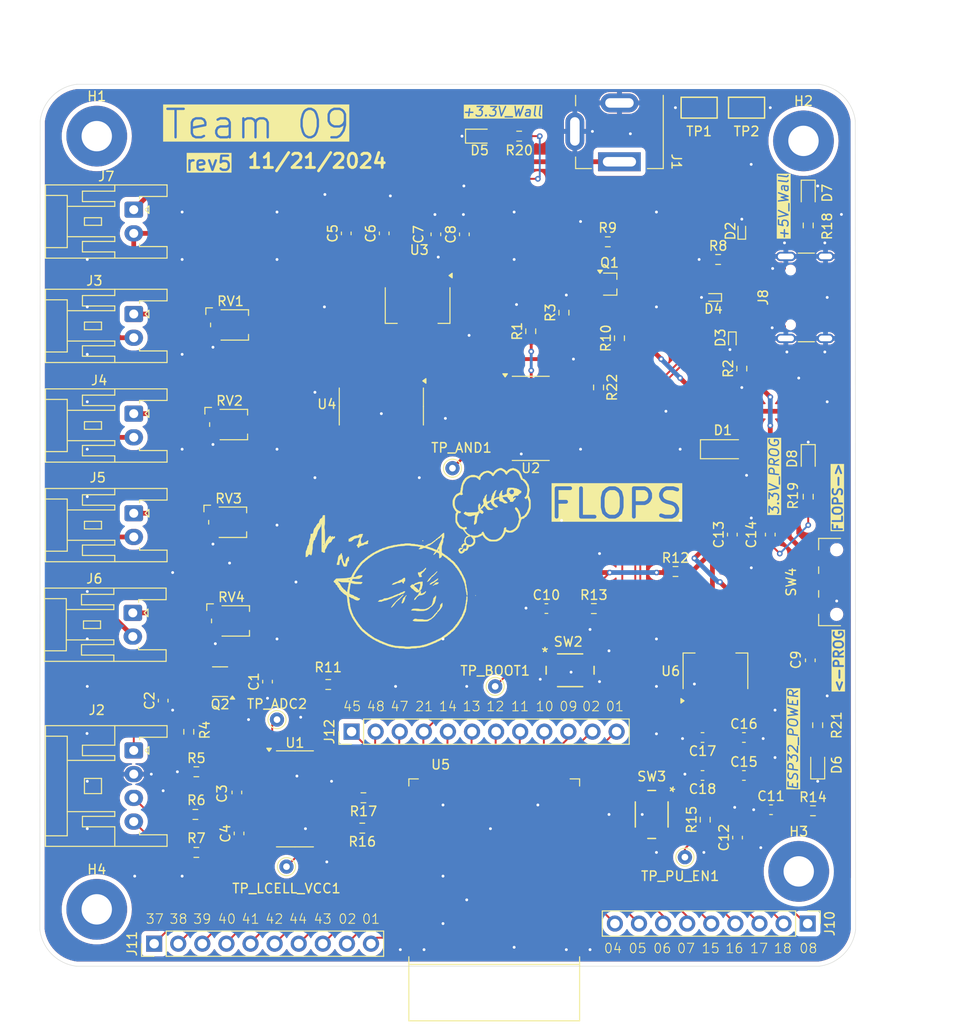
<source format=kicad_pcb>
(kicad_pcb (version 20240108) (generator "pcbnew") (generator_version "8.0")
  (title_block (title "FLOPS") (date "2024-11-18") (rev "REV5") (comment 1 "Team 09"))
  (layers (0 "F.Cu" signal) (31 "B.Cu" signal) (34 "B.Paste" user) (35 "F.Paste" user) (36 "B.SilkS" user "B.Silkscreen") (37 "F.SilkS" user "F.Silkscreen") (38 "B.Mask" user) (39 "F.Mask" user) (44 "Edge.Cuts" user))
  (net 0 "")
  (net 1 "ESP_3.3V")
  (net 2 "Net-(Q2-B)")
  (net 3 "Net-(J2-Pin_1)")
  (net 4 "GND")
  (net 6 "Net-(U1-VBG)")
  (net 7 "Net-(U1-INA-)")
  (net 8 "Net-(U1-VFB)")
  (net 9 "+5V_WALL")
  (net 10 "+3.3V_WALL")
  (net 11 "Net-(U1-INA+)")
  (net 12 "+5VUSB")
  (net 13 "GPIO0_BOOT")
  (net 14 "CHIP_PU_EN")
  (net 15 "/controller/VBUS")
  (net 16 "Net-(J7-Pin_1)")
  (net 17 "NFET_3.3V")
  (net 18 "Net-(U4A-+)")
  (net 19 "Net-(U4B-+)")
  (net 20 "Net-(U4C-+)")
  (net 21 "Net-(U4D-+)")
  (net 22 "Net-(Q2-E)")
  (net 23 "Net-(J3-Pin_1)")
  (net 24 "Net-(J2-Pin_3)")
  (net 25 "Net-(J2-Pin_4)")
  (net 26 "Net-(J4-Pin_1)")
  (net 27 "Net-(J5-Pin_1)")
  (net 28 "Net-(J6-Pin_1)")
  (net 29 "Net-(D5-A)")
  (net 30 "Net-(U4C--)")
  (net 31 "Net-(U4A--)")
  (net 32 "Net-(U4B--)")
  (net 33 "Net-(U4D--)")
  (net 34 "Net-(R1-Pad1)")
  (net 40 "GPIO_36")
  (net 41 "GPIO_35")
  (net 42 "/controller/USB_D+")
  (net 43 "/controller/CC1")
  (net 45 "/controller/CC2")
  (net 47 "Net-(Q1-S)")
  (net 48 "GPIO_48")
  (net 49 "GPIO_47")
  (net 50 "GPIO_37")
  (net 51 "GPIO_15")
  (net 52 "GPIO_16")
  (net 53 "GPIO_40")
  (net 54 "GPIO_41")
  (net 55 "GPIO_39")
  (net 56 "GPIO_02")
  (net 57 "GPIO_10")
  (net 58 "GPIO_12")
  (net 59 "GPIO_13")
  (net 60 "GPIO_45")
  (net 61 "GPIO_05")
  (net 62 "GPIO_04")
  (net 63 "GPIO_18")
  (net 64 "GPIO_07")
  (net 65 "GPIO_01")
  (net 66 "GPIO_09")
  (net 67 "GPIO_44")
  (net 68 "GPIO_38")
  (net 69 "GPIO_11")
  (net 70 "GPIO_43")
  (net 71 "GPIO_06")
  (net 72 "GPIO_46")
  (net 73 "GPIO_21")
  (net 74 "GPIO_14")
  (net 75 "GPIO_17")
  (net 76 "GPIO_03")
  (net 77 "GPIO_08")
  (net 78 "Net-(U1-PD_SCK)")
  (net 79 "Net-(U1-DOUT)")
  (net 80 "GPIO_42")
  (net 81 "/controller/USB_D-")
  (net 82 "Net-(D6-A)")
  (net 83 "Net-(D7-A)")
  (net 84 "Net-(D8-A)")
  (net 85 "/AND_OUT")
  (net 86 "/controller/ESP_VCC")
  (net 87 "Net-(SW4-C)")
  (footprint "Resistor_SMD:R_0603_1608Metric_Pad0.98x0.95mm_HandSolder" (layer "F.Cu") (at 121 110 -90)
    (property "Reference" "R19")
    (property "Value" "10k")
  )
  (footprint "Resistor_SMD:R_0603_1608Metric_Pad0.98x0.95mm_HandSolder" (layer "F.Cu") (at 56.5 147.5 180)
    (property "Reference" "R7")
    (property "Value" "100")
  )
  (footprint "Connector_USB:USB_C_Receptacle_GCT_USB4105-xx-A_16P_TopMnt_Horizontal" (layer "F.Cu") (at 121.75 89 90)
    (property "Reference" "J8")
    (property "Value" "USB_C_Receptacle_USB2.0_16P")
  )
  (footprint "Resistor_SMD:R_0603_1608Metric_Pad0.98x0.95mm_HandSolder" (layer "F.Cu") (at 99.87 83.14 180)
    (property "Reference" "R9")
    (property "Value" "0")
  )
  (footprint "MountingHole:MountingHole_3.2mm_M3_Pad" (layer "F.Cu") (at 120.5 72.5)
    (property "Reference" "H2")
    (property "Value" "MountingHole")
  )
  (footprint "Capacitor_SMD:C_0603_1608Metric_Pad1.08x0.95mm_HandSolder" (layer "F.Cu") (at 60.77 141.18 90)
    (property "Reference" "C3")
    (property "Value" "0.1uF")
  )
  (footprint "TestPoint:TestPoint_THTPad_D1.5mm_Drill0.7mm" (layer "F.Cu") (at 88 130)
    (property "Reference" "TP_BOOT1")
    (property "Value" "TestPoint")
  )
  (footprint "Connector_JST:JST_XA_S04B-XASK-1N-BN_1x04_P2.50mm_Horizontal" (layer "F.Cu") (at 49.9 136.75 -90)
    (property "Reference" "J2")
    (property "Value" "Conn_01x04")
  )
  (footprint "Resistor_SMD:R_0603_1608Metric_Pad0.98x0.95mm_HandSolder" (layer "F.Cu") (at 121.5 143.11)
    (property "Reference" "R14")
    (property "Value" "10k")
  )
  (footprint "LED_SMD:LED_0603_1608Metric" (layer "F.Cu") (at 122 138.2675 90)
    (property "Reference" "D6")
    (property "Value" "150060BS75000")
  )
  (footprint "Potentiometer_SMD:Potentiometer_Bourns_TC33X_Vertical" (layer "F.Cu") (at 60.1 91.9)
    (property "Reference" "RV1")
    (property "Value" "100k Trim Pot")
  )
  (footprint "LED_SMD:LED_0603_1608Metric" (layer "F.Cu") (at 86.36 72)
    (property "Reference" "D5")
    (property "Value" "150060BS75000")
  )
  (footprint "MountingHole:MountingHole_3.2mm_M3_Pad" (layer "F.Cu") (at 120 149.5)
    (property "Reference" "H3")
    (property "Value" "MountingHole")
  )
  (footprint "Connector_PinHeader_2.54mm:PinHeader_1x12_P2.54mm_Vertical" (layer "F.Cu") (at 72.86 134.77 90)
    (property "Reference" "J12")
    (property "Value" "Conn_01x12")
  )
  (footprint "TestPoint:TestPoint_THTPad_D1.5mm_Drill0.7mm" (layer "F.Cu") (at 83.5 107)
    (property "Reference" "TP_AND1")
    (property "Value" "TestPoint")
  )
  (footprint "LOGO" (layer "F.Cu") (at 79.5 116.5)
    (property "Reference" "G***" (hide yes))
    (property "Value" "LOGO" (hide yes))
  )
  (footprint "Potentiometer_SMD:Potentiometer_Bourns_TC33X_Vertical" (layer "F.Cu") (at 60.2 123.1)
    (property "Reference" "RV4")
    (property "Value" "100k Trim Pot")
  )
  (footprint "Capacitor_SMD:C_0603_1608Metric_Pad1.08x0.95mm_HandSolder" (layer "F.Cu") (at 84.75 82.35 90)
    (property "Reference" "C8")
    (property "Value" "0.1uF")
  )
  (footprint "Capacitor_SMD:C_0603_1608Metric_Pad1.08x0.95mm_HandSolder" (layer "F.Cu") (at 72.3 82.25 90)
    (property "Reference" "C5")
    (property "Value" "10uF")
  )
  (footprint "Package_TO_SOT_SMD:SOT-23-3" (layer "F.Cu") (at 59 129.5 180)
    (property "Reference" "Q2")
    (property "Value" "S8550")
  )
  (footprint "Connector_JST:JST_XA_S02B-XASK-1N-BN_1x02_P2.50mm_Horizontal" (layer "F.Cu") (at 49.9 101.25 -90)
    (property "Reference" "J4")
    (property "Value" "Conn_01x02")
  )
  (footprint "Capacitor_SMD:C_0603_1608Metric_Pad1.08x0.95mm_HandSolder" (layer "F.Cu") (at 81.75 82.35 90)
    (property "Reference" "C7")
    (property "Value" "10uF")
  )
  (footprint "Connector_JST:JST_XA_S02B-XASK-1N-BN_1x02_P2.50mm_Horizontal" (layer "F.Cu") (at 49.9 111.75 -90)
    (property "Reference" "J5")
    (property "Value" "Conn_01x02")
  )
  (footprint "Resistor_SMD:R_0603_1608Metric_Pad0.98x0.95mm_HandSolder" (layer "F.Cu") (at 122 134.0875 90)
    (property "Reference" "R21")
    (property "Value" "8.2k")
  )
  (footprint "Resistor_SMD:R_0603_1608Metric_Pad0.98x0.95mm_HandSolder" (layer "F.Cu") (at 70.4 129.8 180)
    (property "Reference" "R11")
    (property "Value" "0")
  )
  (footprint "LED_SMD:LED_0603_1608Metric" (layer "F.Cu") (at 121 106 -90)
    (property "Reference" "D8")
    (property "Value" "150060BS75000")
  )
  (footprint "TestPoint:TestPoint_THTPad_D1.5mm_Drill0.7mm" (layer "F.Cu") (at 66 149)
    (property "Reference" "TP_LCELL_VCC1")
    (property "Value" "TestPoint")
  )
  (footprint "Resistor_SMD:R_0603_1608Metric_Pad0.98x0.95mm_HandSolder" (layer "F.Cu") (at 74.11 141.74 180)
    (property "Reference" "R17")
    (property "Value" "0")
  )
  (footprint "Package_TO_SOT_SMD:SOT-223-3_TabPin2" (layer "F.Cu") (at 79.825 89.825 -90)
    (property "Reference" "U3")
    (property "Value" "AZ1117CH-3.3")
  )
  (footprint "Connector_PinHeader_2.54mm:PinHeader_1x09_P2.54mm_Vertical" (layer "F.Cu") (at 120.94 155 -90)
    (property "Reference" "J10")
    (property "Value" "Conn_01x09")
  )
  (footprint "PTS810SJM250SMTR LFS:PTS810_CNK" (layer "F.Cu") (at 104.5 143.5 -90)
    (property "Reference" "SW3")
    (property "Value" "PTS810 SJM 250 SMTR LFS")
  )
  (footprint "Capacitor_SMD:C_0603_1608Metric_Pad1.08x0.95mm_HandSolder" (layer "F.Cu") (at 121.22 127.2525 -90)
    (property "Reference" "C9")
    (property "Value" "10uF")
  )
  (footprint "Connector_JST:JST_XA_S02B-XASK-1N-BN_1x02_P2.50mm_Horizontal" (layer "F.Cu") (at 49.9 90.75 -90)
    (property "Reference" "J3")
    (property "Value" "Conn_01x02")
  )
  (footprint "TestPoint:TestPoint_THTPad_D1.5mm_Drill0.7mm" (layer "F.Cu") (at 108 148)
    (property "Reference" "TP_PU_EN1")
    (property "Value" "TestPoint")
  )
  (footprint "PCM_Espressif:ESP32-S3-WROOM-1" (layer "F.Cu") (at 87.9 149.5 180)
    (property "Reference" "U5")
    (property "Value" "ESP32-S3-WROOM-1-N16R8")
  )
  (footprint "Capacitor_SMD:C_0603_1608Metric_Pad1.08x0.95mm_HandSolder" (layer "F.Cu") (at 113.55 145.9375 90)
    (property "Reference" "C12")
    (property "Value" "1uf")
  )
  (footprint "Capacitor_SMD:C_0603_1608Metric_Pad1.08x0.95mm_HandSolder" (layer "F.Cu") (at 117 114 90)
    (property "Reference" "C14")
    (property "Value" "0.1uF")
  )
  (footprint "Capacitor_SMD:C_0603_1608Metric_Pad1.08x0.95mm_HandSolder" (layer "F.Cu") (at 64 129.5 90)
    (property "Reference" "C1")
    (property "Value" "10uF")
  )
  (footprint "PTS810SJM250SMTR LFS:PTS810_CNK" (layer "F.Cu") (at 95.9 128.3)
    (property "Reference" "SW2")
    (property "Value" "PTS810 SJM 250 SMTR LFS")
  )
  (footprint "Resistor_SMD:R_0603_1608Metric_Pad0.98x0.95mm_HandSolder" (layer "F.Cu") (at 114 96.5 90)
    (property "Reference" "R2")
    (property "Value" "5.1k")
  )
  (footprint "Diode_SMD:D_SOD-123" (layer "F.Cu") (at 112 105)
    (property "Reference" "D1")
    (property "Value" "1N5819-HW-7-F")
  )
  (footprint "Connector_BarrelJack:BarrelJack_Kycon_KLDX-0202-xC_Horizontal" (layer "F.Cu") (at 101.1 74.7 -90)
    (property "Reference" "J1")
    (property "Value" "Barrel_Jack")
  )
  (footprint "Connector_JST:JST_XA_S02B-XASK-1N-BN_1x02_P2.50mm_Horizontal" (layer "F.Cu") (at 49.8 122.25 -90)
    (property "Reference" "J6")
    (property "Value" "Conn_01x02")
  )
  (footprint "Resistor_SMD:R_0603_1608Metric_Pad0.98x0.95mm_HandSolder" (layer "F.Cu") (at 91.75 92.5625 90)
    (property "Reference" "R1")
    (property "Value" "100")
  )
  (footprint "TestPoint:TestPoint_Keystone_5015_Micro-Minature" (layer "F.Cu") (at 109.5 69)
    (property "Reference" "TP1")
    (property "Value" "TestPoint")
  )
  (footprint "Potentiometer_SMD:Potentiometer_Bourns_TC33X_Vertical" (layer "F.Cu") (at 60 102.4)
    (property "Reference" "RV2")
    (property "Value" "100k Trim Pot")
  )
  (footprint "MountingHole:MountingHole_3.2mm_M3_Pad" (layer "F.Cu") (at 46 72)
    (property "Reference" "H1")
    (property "Value" "MountingHole")
  )
  (footprint "Resistor_SMD:R_0603_1608Metric_Pad0.98x0.95mm_HandSolder" (layer "F.Cu") (at 95.25 90.60625 90)
    (property "Reference" "R3")
    (property "Value" "10k")
  )
  (footprint "Resistor_SMD:R_0603_1608Metric_Pad0.98x0.95mm_HandSolder" (layer "F.Cu") (at 56.4 143.5 180)
    (property "Reference" "R6")
    (property "Value" "100")
  )
  (footprint "Resistor_SMD:R_0603_1608Metric_Pad0.98x0.95mm_HandSolder" (layer "F.Cu") (at 98.9 98.4875 -90)
    (property "Reference" "R22")
    (property "Value" "0")
  )
  (footprint "MountingHole:MountingHole_3.2mm_M3_Pad" (layer "F.Cu") (at 46 153.5)
    (property "Reference" "H4")
    (property "Value" "MountingHole")
  )
  (footprint "Diode_SMD:D_SOD-923" (layer "F.Cu") (at 114 82 90)
    (property "Reference" "D2")
    (property "Value" "ESD9B5.0ST5G")
  )
  (footprint "Resistor_SMD:R_0603_1608Metric_Pad0.98x0.95mm_HandSolder" (layer "F.Cu") (at 73.99 144.94 180)
    (property "Reference" "R16")
    (property "Value" "0")
  )
  (footprint "Resistor_SMD:R_0603_1608Metric_Pad0.98x0.95mm_HandSolder" (layer "F.Cu") (at 110.14 144.05 90)
    (property "Reference" "R15")
    (property "Value" "10k")
  )
  (footprint "Package_SO:SOIC-14_3.9x8.7mm_P1.27mm" (layer "F.Cu") (at 91.75 101.75)
    (property "Reference" "U2")
    (property "Value" "74LS21")
  )
  (footprint "Connector_JST:JST_XA_S02B-XASK-1N-BN_1x02_P2.50mm_Horizontal" (layer "F.Cu") (at 49.9 79.75 -90)
    (property "Reference" "J7")
    (property "Value" "Conn_01x02")
  )
  (footprint "Capacitor_SMD:C_0603_1608Metric_Pad1.08x0.95mm_HandSolder" (layer "F.Cu") (at 76.3 82.25 90)
    (property "Reference" "C6")
    (property "Value" "0.1uF")
  )
  (footprint "LED_SMD:LED_0603_1608Metric" (layer "F.Cu") (at 121 78.125 -90)
    (property "Reference" "D7")
    (property "Value" "150060RS75000")
  )
  (footprint "Capacitor_SMD:C_0603_1608Metric_Pad1.08x0.95mm_HandSolder" (layer "F.Cu") (at 61 145.5 90)
    (property "Reference" "C4")
    (property "Value" "0.1uF")
  )
  (footprint "TestPoint:TestPoint_Keystone_5015_Micro-Minature" (layer "F.Cu") (at 114.5 69)
    (property "Reference" "TP2")
    (property "Value" "TestPoint")
  )
  (footprint "Resistor_SMD:R_0603_1608Metric_Pad0.98x0.95mm_HandSolder" (layer "F.Cu") (at 98.4 121.8)
    (property "Reference" "R13")
    (property "Value" "10k")
  )
  (footprint "Capacitor_SMD:C_0603_1608Metric_Pad1.08x0.95mm_HandSolder" (layer "F.Cu") (at 114.22 139.39)
    (property "Reference" "C15")
    (property "Value" "10uF")
  )
  (footprint "Capacitor_SMD:C_0603_1608Metric_Pad1.08x0.95mm_HandSolder" (layer "F.Cu") (at 53 131.5 90)
    (property "Reference" "C2")
    (property "Value" "0.1uF")
  )
  (footprint "Resistor_SMD:R_0603_1608Metric_Pad0.98x0.95mm_HandSolder" (layer "F.Cu") (at 111.5 85)
    (property "Reference" "R8")
    (property "Value" "5.1k")
  )
  (footprint "Capacitor_SMD:C_0603_1608Metric_Pad1.08x0.95mm_HandSolder" (layer "F.Cu") (at 113 114 90)
    (property "Reference" "C13")
    (property "Value" "10uF")
  )
  (footprint "Package_TO_SOT_SMD:SOT-323_SC-70" (layer "F.Cu") (at 100.1 87.6)
    (property "Reference" "Q1")
    (property "Value" "BSS816NWH6327XTSA1")
  )
  (footprint "Resistor_SMD:R_0603_1608Metric_Pad0.98x0.95mm_HandSolder" (layer "F.Cu") (at 121 81.4125 -90)
    (property "Reference" "R18")
    (property "Value" "5.1k")
  )
  (footprint "Connector_PinHeader_2.54mm:PinHeader_1x10_P2.54mm_Vertical" (layer "F.Cu") (at 52.05 157.12 90)
    (property "Reference" "J11")
    (property "Value" "Conn_01x10")
  )
  (footprint "Capacitor_SMD:C_0603_1608Metric_Pad1.08x0.95mm_HandSolder" (layer "F.Cu") (at 114.22 135.39)
    (property "Reference" "C16")
    (property "Value" "0.1uF")
  )
  (footprint "TestPoint:TestPoint_THTPad_D1.5mm_Drill0.7mm" (layer "F.Cu") (at 65 133.5)
    (property "Reference" "TP_ADC2")
    (property "Value" "TestPoint")
  )
  (footprint "Package_SO:SOIC-14_3.9x8.7mm_P1.27mm" (layer "F.Cu") (at 76 100.5 -90)
    (property "Reference" "U4")
    (property "Value" "MCP6004")
  )
  (footprint "Diode_SMD:D_SOD-923" (layer "F.Cu") (at 111 89 180)
    (property "Reference" "D4")
    (property "Value" "ESD9B5.0ST5G")
  )
  (footprint "Resistor_SMD:R_0603_1608Metric_Pad0.98x0.95mm_HandSolder" (layer "F.Cu") (at 107.01 117.89)
    (property "Reference" "R12")
    (property "Value" "0")
  )
  (footprint "Resistor_SMD:R_0603_1608Metric_Pad0.98x0.95mm_HandSolder" (layer "F.Cu") (at 90.5275 72)
    (property "Reference" "R20")
    (property "Value" "10k")
  )
  (footprint "Package_SO:SOP-16_3.9x9.9mm_P1.27mm" (layer "F.Cu") (at 66.89 141.855)
    (property "Reference" "U1")
    (property "Value" "HX711")
  )
  (footprint "Resistor_SMD:R_0603_1608Metric_Pad0.98x0.95mm_HandSolder" (layer "F.Cu") (at 101.1 93.3 90)
    (property "Reference" "R10")
    (property "Value" "0")
  )
  (footprint "Package_TO_SOT_SMD:SOT-223-3_TabPin2" (layer "F.Cu") (at 111.22 128.39 90)
    (property "Reference" "U6")
    (property "Value" "AZ1117CH-3.3")
  )
  (footprint "Capacitor_SMD:C_0603_1608Metric_Pad1.08x0.95mm_HandSolder" (layer "F.Cu") (at 109.8575 135.39 180)
    (property "Reference" "C17")
    (property "Value" "10uF")
  )
  (footprint "Capacitor_SMD:C_0603_1608Metric_Pad1.08x0.95mm_HandSolder" (layer "F.Cu") (at 109.8575 139.39 180)
    (property "Reference" "C18")
    (property "Value" "0.1uF")
  )
  (footprint "Button_Switch_SMD:SW_SPDT_CK_JS102011SAQN" (layer "F.Cu") (at 124 119 90)
    (property "Reference" "SW4")
    (property "Value" "JS102011SAQN")
  )
  (footprint "Resistor_SMD:R_0603_1608Metric_Pad0.98x0.95mm_HandSolder" (layer "F.Cu") (at 55.7 134.7875 90)
    (property "Reference" "R4")
    (property "Value" "20k")
  )
  (footprint "Resistor_SMD:R_0603_1608Metric_Pad0.98x0.95mm_HandSolder" (layer "F.Cu") (at 56.5 139)
    (property "Reference" "R5")
    (property "Value" "8.2k")
  )
  (footprint "Potentiometer_SMD:Potentiometer_Bourns_TC33X_Vertical" (layer "F.Cu") (at 59.9 112.7)
    (property "Reference" "RV3")
    (property "Value" "100k Trim Pot")
  )
  (footprint "Capacitor_SMD:C_0603_1608Metric_Pad1.08x0.95mm_HandSolder" (layer "F.Cu") (at 117.08 143)
    (property "Reference" "C11")
    (property "Value" "0.1uF")
  )
  (footprint "Capacitor_SMD:C_0603_1608Metric_Pad1.08x0.95mm_HandSolder" (layer "F.Cu") (at 93.4 121.8)
    (property "Reference" "C10")
    (property "Value" "0.1uF")
  )
  (footprint "Diode_SMD:D_SOD-923" (layer "F.Cu") (at 113 93.5 -90)
    (property "Reference" "D3")
    (property "Value" "ESD9B5.0ST5G")
  )
  (gr_line (start 40.004199 155.649475) (end 40.036687 70.383014) (stroke (width 0.05)) (layer "Edge.Cuts"))
  (gr_arc (start 43.850525 159.495801) (mid 41.26751 158.23249) (end 40.004199 155.649475) (stroke (width 0.05)) (layer "Edge.Cuts"))
  (gr_arc (start 125.995802 155.649475) (mid 124.732491 158.232491) (end 122.149475 159.495802) (stroke (width 0.05)) (layer "Edge.Cuts"))
  (gr_arc (start 40.036687 70.383014) (mid 41.3 67.8) (end 43.883014 66.536687) (stroke (width 0.05)) (layer "Edge.Cuts"))
  (gr_line (start 122.149475 159.495802) (end 43.850525 159.495802) (stroke (width 0.05)) (layer "Edge.Cuts"))
  (gr_arc (start 122.116984 66.536689) (mid 124.7 67.8) (end 125.963311 70.383016) (stroke (width 0.05)) (layer "Edge.Cuts"))
  (gr_line (start 125.995802 155.649475) (end 125.963311 70.383016) (stroke (width 0.05)) (layer "Edge.Cuts"))
  (gr_line (start 43.883014 66.536687) (end 122.116984 66.536689) (stroke (width 0.05)) (layer "Edge.Cuts"))
  (gr_text "12" (at 87 132.7 0) (layer "F.SilkS") (effects (font (size 1 1) (thickness 0.1)) (justify left bottom)))
  (gr_text "13" (at 84.5 132.7 0) (layer "F.SilkS") (effects (font (size 1 1) (thickness 0.1)) (justify left bottom)))
  (gr_text "Team 09" (at 53 72.5 0) (layer "F.SilkS" knockout) (effects (font (size 3 3) (thickness 0.25) (bold yes)) (justify left bottom)))
  (gr_text "15" (at 109.7 158.2 0) (layer "F.SilkS") (effects (font (size 1 1) (thickness 0.1)) (justify left bottom)))
  (gr_text "02" (at 97.1 132.7 0) (layer "F.SilkS") (effects (font (size 1 1) (thickness 0.1)) (justify left bottom)))
  (gr_text "43" (at 68.8 155.1 0) (layer "F.SilkS") (effects (font (size 1 1) (thickness 0.1)) (justify left bottom)))
  (gr_text "47" (at 76.9 132.7 0) (layer "F.SilkS") (effects (font (size 1 1) (thickness 0.1)) (justify left bottom)))
  (gr_text "16" (at 112.2 158.2 0) (layer "F.SilkS") (effects (font (size 1 1) (thickness 0.1)) (justify left bottom)))
  (gr_text "FLOPS->" (at 124.7 113.8 90) (layer "F.SilkS" knockout) (effects (font (size 1 1) (thickness 0.2) (bold yes)) (justify left bottom)))
  (gr_text "11/21/2024\n" (at 61.75 75.5 0) (layer "F.SilkS") (effects (font (size 1.5 1.5) (thickness 0.3) (bold yes)) (justify left bottom)))
  (gr_text "37" (at 51.1 155.1 0) (layer "F.SilkS") (effects (font (size 1 1) (thickness 0.1)) (justify left bottom)))
  (gr_text "38" (at 53.6 155.1 0) (layer "F.SilkS") (effects (font (size 1 1) (thickness 0.1)) (justify left bottom)))
  (gr_text "01" (at 73.9 155.1 0) (layer "F.SilkS") (effects (font (size 1 1) (thickness 0.1)) (justify left bottom)))
  (gr_text "09" (at 94.7 132.7 0) (layer "F.SilkS") (effects (font (size 1 1) (thickness 0.1)) (justify left bottom)))
  (gr_text "14" (at 82 132.7 0) (layer "F.SilkS") (effects (font (size 1 1) (thickness 0.1)) (justify left bottom)))
  (gr_text "rev5" (at 55.25 75.75 0) (layer "F.SilkS" knockout) (effects (font (size 1.5 1.5) (thickness 0.25) (bold yes)) (justify left bottom)))
  (gr_text "01" (at 99.6 132.7 0) (layer "F.SilkS") (effects (font (size 1 1) (thickness 0.1)) (justify left bottom)))
  (gr_text "05" (at 102 158.2 0) (layer "F.SilkS") (effects (font (size 1 1) (thickness 0.1)) (justify left bottom)))
  (gr_text "18" (at 117.3 158.2 0) (layer "F.SilkS") (effects (font (size 1 1) (thickness 0.1)) (justify left bottom)))
  (gr_text "45" (at 71.9 132.7 0) (layer "F.SilkS") (effects (font (size 1 1) (thickness 0.1)) (justify left bottom)))
  (gr_text "17" (at 114.8 158.2 0) (layer "F.SilkS") (effects (font (size 1 1) (thickness 0.1)) (justify left bottom)))
  (gr_text "02" (at 71.4 155.1 0) (layer "F.SilkS") (effects (font (size 1 1) (thickness 0.1)) (justify left bottom)))
  (gr_text "48" (at 74.4 132.7 0) (layer "F.SilkS") (effects (font (size 1 1) (thickness 0.1)) (justify left bottom)))
  (gr_text "FLOPS" (at 93.5 112.5 0) (layer "F.SilkS" knockout) (effects (font (size 3 3) (thickness 0.4)) (justify left bottom)))
  (gr_text "41" (at 61.2 155.1 0) (layer "F.SilkS") (effects (font (size 1 1) (thickness 0.1)) (justify left bottom)))
  (gr_text "11" (at 89.6 132.7 0) (layer "F.SilkS") (effects (font (size 1 1) (thickness 0.1)) (justify left bottom)))
  (gr_text "44" (at 66.2 155.1 0) (layer "F.SilkS") (effects (font (size 1 1) (thickness 0.1)) (justify left bottom)))
  (gr_text "42" (at 63.7 155.1 0) (layer "F.SilkS") (effects (font (size 1 1) (thickness 0.1)) (justify left bottom)))
  (gr_text "<-PROG" (at 124.8 130.7 90) (layer "F.SilkS" knockout) (effects (font (size 1 1) (thickness 0.2) (bold yes)) (justify left bottom)))
  (gr_text "ESP32_POWER" (at 120 141 90) (layer "F.SilkS" knockout) (effects (font (size 1 1) (thickness 0.15) (italic yes)) (justify left bottom)))
  (gr_text "06" (at 104.6 158.2 0) (layer "F.SilkS") (effects (font (size 1 1) (thickness 0.1)) (justify left bottom)))
  (gr_text "3.3V_PROG" (at 118 112 90) (layer "F.SilkS" knockout) (effects (font (size 1 1) (thickness 0.15) (italic yes)) (justify left bottom)))
  (gr_text "08" (at 120 158.2 0) (layer "F.SilkS") (effects (font (size 1 1) (thickness 0.1)) (justify left bottom)))
  (gr_text "+3.3V_Wall" (at 84.5 70 0) (layer "F.SilkS" knockout) (effects (font (size 1 1) (thickness 0.15) (italic yes)) (justify left bottom)))
  (gr_text "07" (at 107.1 158.2 0) (layer "F.SilkS") (effects (font (size 1 1) (thickness 0.1)) (justify left bottom)))
  (gr_text "10" (at 92.2 132.7 0) (layer "F.SilkS") (effects (font (size 1 1) (thickness 0.1)) (justify left bottom)))
  (gr_text "39" (at 56.1 155.1 0) (layer "F.SilkS") (effects (font (size 1 1) (thickness 0.1)) (justify left bottom)))
  (gr_text "40" (at 58.7 155.1 0) (layer "F.SilkS") (effects (font (size 1 1) (thickness 0.1)) (justify left bottom)))
  (gr_text "21" (at 79.5 132.7 0) (layer "F.SilkS") (effects (font (size 1 1) (thickness 0.1)) (justify left bottom)))
  (gr_text "04" (at 99.4 158.2 0) (layer "F.SilkS") (effects (font (size 1 1) (thickness 0.1)) (justify left bottom)))
  (gr_text "+5V_Wall" (at 119 83 90) (layer "F.SilkS" knockout) (effects (font (size 1 1) (thickness 0.15) (italic yes)) (justify left bottom)))
  (segment (start 110.14 141.98) (end 110.72 141.4) (width 0.2) (layer "F.Cu") (net 1))
  (segment (start 111.22 125.24) (end 110.9 124.92) (width 0.2) (layer "F.Cu") (net 1))
  (segment (start 115 114.8625) (end 117 114.8625) (width 0.2) (layer "F.Cu") (net 1))
  (segment (start 110.72 139.39) (end 110.72 135.39) (width 0.2) (layer "F.Cu") (net 1))
  (segment (start 122.4125 142.9125) (end 120.5 141) (width 0.2) (layer "F.Cu") (net 1))
  (segment (start 106.0975 120.1175) (end 111.22 125.24) (width 0.5) (layer "F.Cu") (net 1))
  (segment (start 90.75 118.25) (end 91 118) (width 0.5) (layer "F.Cu") (net 1))
  (segment (start 120.5 141) (end 111.12 141) (width 0.2) (layer "F.Cu") (net 1))
  (segment (start 106.0975 117.89) (end 106.0975 120.1175) (width 0.5) (layer "F.Cu") (net 1))
  (segment (start 110.9 124.92) (end 110.9 117.1) (width 0.5) (layer "F.Cu") (net 1))
  (segment (start 111.22 131.54) (end 111.22 133.2525) (width 0.2) (layer "F.Cu") (net 1))
  (segment (start 99.3125 121.8) (end 99.3125 118.7675) (width 0.2) (layer "F.Cu") (net 1))
  (segment (start 90.25 118.75) (end 90.310661 118.75) (width 0.5) (layer "F.Cu") (net 1))
  (segment (start 111.22 125.24) (end 111.22 131.54) (width 1) (layer "F.Cu") (net 1))
  (segment (start 117 115) (end 118 116) (width 0.2) (layer "F.Cu") (net 1))
  (segment (start 86.5 122.5) (end 90.25 118.75) (width 0.5) (layer "F.Cu") (net 1))
  (segment (start 121 110.9125) (end 121 113) (width 0.2) (layer "F.Cu") (net 1))
  (segment (start 91 118) (end 100.08 118) (width 0.5) (layer "F.Cu") (net 1))
  (segment (start 90.75 118.310661) (end 90.75 118.25) (width 0.5) (layer "F.Cu") (net 1))
  (segment (start 105.9875 118) (end 106.0975 117.89) (width 0.2) (layer "F.Cu") (net 1))
  (segment (start 71.3125 129.8) (end 78.6125 122.5) (width 0.5) (layer "F.Cu") (net 1))
  (segment (start 110.72 139.39) (end 110.72 141.4) (width 0.2) (layer "F.Cu") (net 1))
  (segment (start 105.01 118) (end 105.9875 118) (width 0.5) (layer "F.Cu") (net 1))
  (segment (start 78.6125 122.5) (end 86.5 122.5) (width 0.5) (layer "F.Cu") (net 1))
  (segment (start 111.22 133.2525) (end 110.72 133.7525) (width 0.2) (layer "F.Cu") (net 1))
  (segment (start 99.3125 118.7675) (end 100.08 118) (width 0.2) (layer "F.Cu") (net 1))
  (segment (start 113 114.8625) (end 115 114.8625) (width 0.2) (layer "F.Cu") (net 1))
  (segment (start 110.72 133.7525) (end 110.72 135.39) (width 0.2) (layer "F.Cu") (net 1))
  (segment (start 111.12 141) (end 110.72 141.4) (width 0.2) (layer "F.Cu") (net 1))
  (segment (start 110.9 117.1) (end 113 115) (width 0.5) (layer "F.Cu") (net 1))
  (segment (start 110.14 143.1375) (end 110.14 141.98) (width 0.2) (layer "F.Cu") (net 1))
  (segment (start 113 115) (end 113 114.8625) (width 0.2) (layer "F.Cu") (net 1))
  (segment (start 117 114.8625) (end 117 115) (width 0.2) (layer "F.Cu") (net 1))
  (segment (start 90.310661 118.75) (end 90.75 118.310661) (width 0.5) (layer "F.Cu") (net 1))
  (via (at 105.01 118) (size 0.6) (drill 0.3) (layers "F.Cu" "B.Cu") (net 1))
  (via (at 118 116) (size 0.6) (drill 0.3) (layers "F.Cu" "B.Cu") (net 1))
  (via (at 100.08 118) (size 0.6) (drill 0.3) (layers "F.Cu" "B.Cu") (net 1))
  (via (at 121 113) (size 0.6) (drill 0.3) (layers "F.Cu" "B.Cu") (net 1))
  (segment (start 100.08 118) (end 105.01 118) (width 0.5) (layer "B.Cu") (net 1))
  (segment (start 118 116) (end 121 113) (width 0.2) (layer "B.Cu") (net 1))
  (segment (start 63.18 138.68) (end 64.39 138.68) (width 0.2) (layer "F.Cu") (net 2))
  (segment (start 59 134.5) (end 63.18 138.68) (width 0.2) (layer "F.Cu") (net 2))
  (segment (start 60.1375 128.55) (end 59 129.6875) (width 0.2) (layer "F.Cu") (net 2))
  (segment (start 59 129.6875) (end 59 134.5) (width 0.2) (layer "F.Cu") (net 2))
  (segment (start 55.7 133.875) (end 55.925 134.1) (width 0.2) (layer "F.Cu") (net 3))
  (segment (start 52.725 130.6375) (end 53 130.6375) (width 0.2) (layer "F.Cu") (net 3))
  (segment (start 65.389999 139.95) (end 64.39 139.95) (width 0.2) (layer "F.Cu") (net 3))
  (segment (start 55.8 130) (end 55.7 130.1) (width 0.2) (layer "F.Cu") (net 3))
  (segment (start 57.540001 134.1) (end 63.390001 139.95) (width 0.2) (layer "F.Cu") (net 3))
  (segment (start 66.95 148.05) (end 66.95 141.510001) (width 0.2) (layer "F.Cu") (net 3))
  (segment (start 49.9 136.75) (end 49.9 133.4625) (width 0.2) (layer "F.Cu") (net 3))
  (segment (start 63.390001 139.95) (end 64.39 139.95) (width 0.2) (layer "F.Cu") (net 3))
  (segment (start 55.7 130.1) (end 55.7 133.875) (width 0.2) (layer "F.Cu") (net 3))
  (segment (start 66.95 141.510001) (end 65.389999 139.95) (width 0.2) (layer "F.Cu") (net 3))
  (segment (start 57.8625 129.5) (end 56.8625 129.5) (width 0.2) (layer "F.Cu") (net 3))
  (segment (start 55.925 134.1) (end 57.540001 134.1) (width 0.2) (layer "F.Cu") (net 3))
  (segment (start 53.6375 130) (end 53 130.6375) (width 0.2) (layer "F.Cu") (net 3))
  (segment (start 56.3625 130) (end 55.8 130) (width 0.2) (layer "F.Cu") (net 3))
  (segment (start 66 149) (end 66.95 148.05) (width 0.2) (layer "F.Cu") (net 3))
  (segment (start 56.8625 129.5) (end 56.3625 130) (width 0.2) (layer "F.Cu") (net 3))
  (segment (start 49.9 133.4625) (end 52.725 130.6375) (width 0.2) (layer "F.Cu") (net 3))
  (segment (start 56.3625 130) (end 53.6375 130) (width 0.2) (layer "F.Cu") (net 3))
  (segment (start 108.92 131.54) (end 108.87 131.54) (width 0.2) (layer "F.Cu") (net 4))
  (segment (start 108.87 131.54) (end 108.72 131.39) (width 0.2) (layer "F.Cu") (net 4))
  (via (at 97 81) (size 0.6) (drill 0.3) (layers "F.Cu" "B.Cu") (net 4))
  (via (at 92.75 129.25) (size 0.6) (drill 0.3) (layers "F.Cu" "B.Cu") (net 4))
  (via (at 91.25 121.75) (size 0.6) (drill 0.3) (layers "F.Cu" "B.Cu") (net 4))
  (via (at 45 110) (size 0.6) (drill 0.3) (layers "F.Cu" "B.Cu") (net 4))
  (via (at 117.2 92.2) (size 0.6) (drill 0.3) (layers "F.Cu" "B.Cu") (net 4))
  (via (at 45 105) (size 0.6) (drill 0.3) (layers "F.Cu" "B.Cu") (net 4))
  (via (at 115 117.5) (size 0.6) (drill 0.3) (layers "F.Cu" "B.Cu") (net 4))
  (via (at 90.75 105.5) (size 0.6) (drill 0.3) (layers "F.Cu" "B.Cu") (net 4))
  (via (at 95.5 157.75) (size 0.6) (drill 0.3) (layers "F.Cu" "B.Cu") (net 4))
  (via (at 65 80) (size 0.6) (drill 0.3) (layers "F.Cu" "B.Cu") (net 4))
  (via (at 45 90) (size 0.6) (drill 0.3) (layers "F.Cu" "B.Cu") (net 4))
  (via (at 58.25 115) (size 0.6) (drill 0.3) (layers "F.Cu" "B.Cu") (net 4))
  (via (at 122.75 94.75) (size 0.6) (drill 0.3) (layers "F.Cu" "B.Cu") (net 4))
  (via (at 117.5 137.5) (size 0.6) (drill 0.3) (layers "F.Cu" "B.Cu") (net 4))
  (via (at 81.65 80.2625) (size 0.6) (drill 0.3) (layers "F.Cu" "B.Cu") (net 4))
  (via (at 124.5 80.25) (size 0.6) (drill 0.3) (layers "F.Cu" "B.Cu") (net 4))
  (via (at 99 116) (size 0.6) (drill 0.3) (layers "F.Cu" "B.Cu") (net 4))
  (via (at 54.5 139) (size 0.6) (drill 0.3) (layers "F.Cu" "B.Cu") (net 4))
  (via (at 55 105) (size 0.6) (drill 0.3) (layers "F.Cu" "B.Cu") (net 4))
  (via (at 84.5 72) (size 0.6) (drill 0.3) (layers "F.Cu" "B.Cu") (net 4))
  (via (at 69 108) (size 0.6) (drill 0.3) (layers "F.Cu" "B.Cu") (net 4))
  (via (at 69 99) (size 0.6) (drill 0.3) (layers "F.Cu" "B.Cu") (net 4))
  (via (at 54 132.5) (size 0.6) (drill 0.3) (layers "F.Cu" "B.Cu") (net 4))
  (via (at 55 95) (size 0.6) (drill 0.3) (layers "F.Cu" "B.Cu") (net 4))
  (via (at 117.5 132.5) (size 0.6) (drill 0.3) (layers "F.Cu" "B.Cu") (net 4))
  (via (at 77.5 130) (size 0.6) (drill 0.3) (layers "F.Cu" "B.Cu") (net 4))
  (via (at 45 95) (size 0.6) (drill 0.3) (layers "F.Cu" "B.Cu") (net 4))
  (via (at 90.25 89.75) (size 0.6) (drill 0.3) (layers "F.Cu" "B.Cu") (net 4))
  (via (at 123 131) (size 0.6) (drill 0.3) (layers "F.Cu" "B.Cu") (net 4))
  (via (at 105 125) (size 0.6) (drill 0.3) (layers "F.Cu" "B.Cu") (net 4))
  (via (at 82.5 142.5) (size 0.6) (drill 0.3) (layers "F.Cu" "B.Cu") (net 4))
  (via (at 62 133.5) (size 0.6) (drill 0.3) (layers "F.Cu" "B.Cu") (net 4))
  (via (at 80.5 157.75) (size 0.6) (drill 0.3) (layers "F.Cu" "B.Cu") (net 4))
  (via (at 78 157.75) (size 0.6) (drill 0.3) (layers "F.Cu" "B.Cu") (net 4))
  (via (at 45 145) (size 0.6) (drill 0.3) (layers "F.Cu" "B.Cu") (net 4))
  (via (at 85 130) (size 0.6) (drill 0.3) (layers "F.Cu" "B.Cu") (net 4))
  (via (at 95 112.5) (size 0.6) (drill 0.3) (layers "F.Cu" "B.Cu") (net 4))
  (via (at 82.5 125) (size 0.6) (drill 0.3) (layers "F.Cu" "B.Cu") (net 4))
  (via (at 76 101.25) (size 0.6) (drill 0.3) (layers "F.Cu" "B.Cu") (net 4))
  (via (at 105 130) (size 0.6) (drill 0.3) (layers "F.Cu" "B.Cu") (net 4))
  (via (at 55 150) (size 0.6) (drill 0.3) (layers "F.Cu" "B.Cu") (net 4))
  (via (at 107 69) (size 0.6) (drill 0.3) (layers "F.Cu" "B.Cu") (net 4))
  (via (at 96.25 95.5) (size 0.6) (drill 0.3) (layers "F.Cu" "B.Cu") (net 4))
  (via (at 122.75 83.25) (size 0.6) (drill 0.3) (layers "F.Cu" "B.Cu") (net 4))
  (via (at 96 128.5) (size 0.6) (drill 0.3) (layers "F.Cu" "B.Cu") (net 4))
  (via (at 54 118) (size 0.6) (drill 0.3) (layers "F.Cu" "B.Cu") (net 4))
  (via (at 116 147) (size 0.6) (drill 0.3) (layers "F.Cu" "B.Cu") (net 4))
  (via (at 100 126.25) (size 0.6) (drill 0.3) (layers "F.Cu" "B.Cu") (net 4))
  (via (at 50 150) (size 0.6) (drill 0.3) (layers "F.Cu" "B.Cu") (net 4))
  (via (at 87.5 145) (size 0.6) (drill 0.3) (layers "F.Cu" "B.Cu") (net 4))
  (via (at 80 108) (size 0.6) (drill 0.3) (layers "F.Cu" "B.Cu") (net 4))
  (via (at 105 80) (size 0.6) (drill 0.3) (layers "F.Cu" "B.Cu") (net 4))
  (via (at 114.987482 74.974842) (size 0.6) (drill 0.3) (layers "F.Cu" "B.Cu") (net 4))
  (via (at 117.25 85.95) (size 0.6) (drill 0.3) (layers "F.Cu" "B.Cu") (net 4))
  (via (at 55 80) (size 0.6) (drill 0.3) (layers "F.Cu" "B.Cu") (net 4))
  (via (at 70.75 140) (size 0.6) (drill 0.3) (layers "F.Cu" "B.Cu") (net 4))
  (via (at 58.5 125.5) (size 0.6) (drill 0.3) (layers "F.Cu" "B.Cu") (net 4))
  (via (at 123 89) (size 0.6) (drill 0.3) (layers "F.Cu" "B.Cu") (net 4))
  (via (at 115 112.25) (size 0.6) (drill 0.3) (layers "F.Cu" "B.Cu") (net 4))
  (via (at 84.7 77.25) (size 0.6) (drill 0.3) (layers "F.Cu" "B.Cu") (net 4))
  (via (at 105 147.5) (size 0.6) (drill 0.3) (layers "F.Cu" "B.Cu") (net 4))
  (via (at 109.5 85) (size 0.6) (drill 0.3) (layers "F.Cu" "B.Cu") (net 4))
  (via (at 115.25 143) (size 0.6) (drill 0.3) (layers "F.Cu" "B.Cu") (net 4))
  (via (at 122 77.25) (size 0.6) (drill 0.3) (layers "F.Cu" "B.Cu") (net 4))
  (via (at 98 124) (size 0.6) (drill 0.3) (layers "F.Cu" "B.Cu") (net 4))
  (via (at 65 125) (size 0.6) (drill 0.3) (layers "F.Cu" "B.Cu") (net 4))
  (via (at 45 140) (size 0.6) (drill 0.3) (layers "F.Cu" "B.Cu") (net 4))
  (via (at 45 85) (size 0.6) (drill 0.3) (layers "F.Cu" "B.Cu") (net 4))
  (via (at 103.5 143.5) (size 0.6) (drill 0.3) (layers "F.Cu" "B.Cu") (net 4))
  (via (at 116.25 135.5) (size 0.6) (drill 0.3) (layers "F.Cu" "B.Cu") (net 4))
  (via (at 110 147.5) (size 0.6) (drill 0.3) (layers "F.Cu" "B.Cu") (net 4))
  (via (at 118.75 94.75) (size 0.6) (drill 0.3) (layers "F.Cu" "B.Cu") (net 4))
  (via (at 64 131.25) (size 0.6) (drill 0.3) (layers "F.Cu" "B.Cu") (net 4))
  (via (at 65 105) (size 0.6) (drill 0.3) (layers "F.Cu" "B.Cu") (net 4))
  (via (at 98.25 71.5) (size 0.6) (drill 0.3) (layers "F.Cu" "B.Cu") (net 4))
  (via (at 107.5 112.5) (size 0.6) (drill 0.3) (layers "F.Cu" "B.Cu") (net 4))
  (via (at 67.1 139.45) (size 0.6) (drill 0.3) (layers "F.Cu" "B.Cu") (net 4))
  (via (at 105 90) (size 0.6) (drill 0.3) (layers "F.Cu" "B.Cu") (net 4))
  (via (at 92.5 142.5) (size 0.6) (drill 0.3) (layers "F.Cu" "B.Cu") (net 4))
  (via (at 70.25 148.5) (size 0.6) (drill 0.3) (layers "F.Cu" "B.Cu") (net 4))
  (via (at 67 119) (size 0.6) (drill 0.3) (layers "F.Cu" "B.Cu") (net 4))
  (via (at 53 141) (size 0.6) (drill 0.3) (layers "F.Cu" "B.Cu") (net 4))
  (via (at 60 117) (size 0.6) (drill 0.3) (layers "F.Cu" "B.Cu") (net 4))
  (via (at 84.65 80.2625) (size 0.6) (drill 0.3) (layers "F.Cu" "B.Cu") (net 4))
  (via (at 112.75 94.5) (size 0.6) (drill 0.3) (layers "F.Cu" "B.Cu") (net 4))
  (via (at 58.25 94.25) (size 0.6) (drill 0.3) (layers "F.Cu" "B.Cu") (net 4))
  (via (at 90 85) (size 0.6) (drill 0.3) (layers "F.Cu" "B.Cu") (net 4))
  (via (at 45 125) (size 0.6) (drill 0.3) (layers "F.Cu" "B.Cu") (net 4))
  (via (at 90 157.5) (size 0.6) (drill 0.3) (layers "F.Cu" "B.Cu") (net 4))
  (via (at 107.75 135.5) (size 0.6) (drill 0.3) (layers "F.Cu" "B.Cu") (net 4))
  (via (at 107.5 105) (size 0.6) (drill 0.3) (layers "F.Cu" "B.Cu") (net 4))
  (via (at 97 105) (size 0.6) (drill 0.3) (layers "F.Cu" "B.Cu") (net 4))
  (via (at 113.25 142.75) (size 0.6) (drill 0.3) (layers "F.Cu" "B.Cu") (net 4))
  (via (at 122 140) (size 0.6) (drill 0.3) (layers "F.Cu" "B.Cu") (net 4))
  (via (at 114.5 107.75) (size 0.6) (drill 0.3) (layers "F.Cu" "B.Cu") (net 4))
  (via (at 82.5 150) (size 0.6) (drill 0.3) (layers "F.Cu" "B.Cu") (net 4))
  (via (at 45 100) (size 0.6) (drill 0.3) (layers "F.Cu" "B.Cu") (net 4))
  (via (at 68 145) (size 0.6) (drill 0.3) (layers "F.Cu" "B.Cu") (net 4))
  (via (at 55 85) (size 0.6) (drill 0.3) (layers "F.Cu" "B.Cu") (net 4))
  (via (at 45 120) (size 0.6) (drill 0.3) (layers "F.Cu" "B.Cu") (net 4))
  (via (at 109 129.75) (size 0.6) (drill 0.3) (layers "F.Cu" "B.Cu") (net 4))
  (via (at 117 69) (size 0.6) (drill 0.3) (layers "F.Cu" "B.Cu") (net 4))
  (via (at 102.25 71.75) (size 0.6) (drill 0.3) (layers "F.Cu" "B.Cu") (net 4))
  (via (at 90 80) (size 0.6) (drill 0.3) (layers "F.Cu" "B.Cu") (net 4))
  (via (at 106 101) (size 0.6) (drill 0.3) (layers "F.Cu" "B.Cu") (net 4))
  (via (at 100 143.5) (size 0.6) (drill 0.3) (layers "F.Cu" "B.Cu") (net 4))
  (via (at 45 130) (size 0.6) (drill 0.3) (layers "F.Cu" "B.Cu") (net 4))
  (via (at 121 104.25) (size 0.6) (drill 0.3) (layers "F.Cu" "B.Cu") (net 4))
  (via (at 70.05 78.15) (size 0.6) (drill 0.3) (layers "F.Cu" "B.Cu") (net 4))
  (via (at 124 121) (size 0.6) (drill 0.3) (layers "F.Cu" "B.Cu") (net 4))
  (via (at 82.5 155) (size 0.6) (drill 0.3) (layers "F.Cu" "B.Cu") (net 4))
  (via (at 85 152.5) (size 0.6) (drill 0.3) (layers "F.Cu" "B.Cu") (net 4))
  (via (at 109.75 89) (size 0.6) (drill 0.3) (layers "F.Cu" "B.Cu") (net 4))
  (via (at 85.25 93) (size 0.6) (drill 0.3) (layers "F.Cu" "B.Cu") (net 4))
  (via (at 114 80.75) (size 0.6) (drill 0.3) (layers "F.Cu" "B.Cu") (net 4))
  (via (at 98 157.75) (size 0.6) (drill 0.3) (layers "F.Cu" "B.Cu") (net 4))
  (via (at 82.75 101.75) (size 0.6) (drill 0.3) (layers "F.Cu" "B.Cu") (net 4))
  (via (at 105 135) (size 0.6) (drill 0.3) (layers "F.Cu" "B.Cu") (net 4))
  (via (at 123 100) (size 0.6) (drill 0.3) (layers "F.Cu" "B.Cu") (net 4))
  (via (at 51.75 139.25) (size 0.6) (drill 0.3) (layers "F.Cu" "B.Cu") (net 4))
  (via (at 65 113) (size 0.6) (drill 0.3) (layers "F.Cu" "B.Cu") (net 4))
  (via (at 120 97.5) (size 0.6) (drill 0.3) (layers "F.Cu" "B.Cu") (net 4))
  (via (at 67.5 133.25) (size 0.6) (drill 0.3) (layers "F.Cu" "B.Cu") (net 4))
  (via (at 82 84.75) (size 0.6) (drill 0.3) (layers "F.Cu" "B.Cu") (net 4))
  (via (at 108 139.25) (size 0.6) (drill 0.3) (layers "F.Cu" "B.Cu") (net 4))
  (via (at 118.5 83.25) (size 0.6) (drill 0.3) (layers "F.Cu" "B.Cu") (net 4))
  (via (at 114 98.5) (size 0.6) (drill 0.3) (layers "F.Cu" "B.Cu") (net 4))
  (via (at 58.25 104.5) (size 0.6) (drill 0.3) (layers "F.Cu" "B.Cu") (net 4))
  (via (at 95.5 88.75) (size 0.6) (drill 0.3) (layers "F.Cu" "B.Cu") (net 4))
  (via (at 76.95 78.3) (size 0.6) (drill 0.3) (layers "F.Cu" "B.Cu") (net 4))
  (via (at 65 85) (size 0.6) (drill 0.3) (layers "F.Cu" "B.Cu") (net 4))
  (via (at 44.97131 134.963254) (size 0.6) (drill 0.3) (layers "F.Cu" "B.Cu") (net 4))
  (via (at 70 90) (size 0.6) (drill 0.3) (layers "F.Cu" "B.Cu") (net 4))
  (via (at 99 129.5) (size 0.6) (drill 0.3) (layers "F.Cu" "B.Cu") (net 4))
  (segment (start 96.5 158) (end 97 158) (width 0.2) (layer "B.Cu") (net 4))
  (segment (start 64.39 143.76) (end 62.4875 143.76) (width 0.2) (layer "F.Cu") (net 6))
  (segment (start 62.4875 143.76) (end 60.77 142.0425) (width 0.2) (layer "F.Cu") (net 6))
  (segment (start 61 144.6375) (end 63.9975 144.6375) (width 0.2) (layer "F.Cu") (net 7))
  (segment (start 59.8625 143.5) (end 61 144.6375) (width 0.2) (layer "F.Cu") (net 7))
  (segment (start 57.3125 143.5) (end 59.8625 143.5) (width 0.2) (layer "F.Cu") (net 7))
  (segment (start 63.9975 144.6375) (end 64.39 145.03) (width 0.2) (layer "F.Cu") (net 7))
  (segment (start 55.7 135.7) (end 56.3 135.7) (width 0.2) (layer "F.Cu") (net 8))
  (segment (start 56.3 135.7) (end 57.4125 136.8125) (width 0.2) (layer "F.Cu") (net 8))
  (segment (start 63.82 141.22) (end 61.6 139) (width 0.2) (layer "F.Cu") (net 8))
  (segment (start 61.6 139) (end 57.4125 139) (width 0.2) (layer "F.Cu") (net 8))
  (segment (start 57.4125 136.8125) (end 57.4125 139) (width 0.2) (layer "F.Cu") (net 8))
  (segment (start 64.39 141.22) (end 63.82 141.22) (width 0.2) (layer "F.Cu") (net 8))
  (segment (start 48.05 114.25) (end 48 114.3) (width 0.2) (layer "F.Cu") (net 9))
  (segment (start 48 97.6) (end 48 103.8) (width 0.5) (layer "F.Cu") (net 9))
  (segment (start 49.8 124.7) (end 49.8 124.75) (width 0.2) (layer "F.Cu") (net 9))
  (segment (start 76 95.5) (end 76 98.025) (width 0.5) (layer "F.Cu") (net 9))
  (segment (start 48.05 103.75) (end 48 103.8) (width 0.2) (layer "F.Cu") (net 9))
  (segment (start 48 106.9) (end 48 114.3) (width 0.5) (layer "F.Cu") (net 9))
  (segment (start 48 114.3) (end 48 116.3) (width 0.5) (layer "F.Cu") (net 9))
  (segment (start 49.9 82.25) (end 49.9 84.6) (width 0.5) (layer "F.Cu") (net 9))
  (segment (start 70.675 86.675) (end 77.525 86.675) (width 0.5) (layer "F.Cu") (net 9))
  (segment (start 48.45 93.25) (end 48 92.8) (width 0.5) (layer "F.Cu") (net 9))
  (segment (start 49.9 103.75) (end 48.05 103.75) (width 0.5) (layer "F.Cu") (net 9))
  (segment (start 76 93) (end 76 95.5) (width 0.5) (layer "F.Cu") (net 9))
  (segment (start 48 122.9) (end 49.8 124.7) (width 0.5) (layer "F.Cu") (net 9))
  (segment (start 48 103.8) (end 48 106.9) (width 0.5) (layer "F.Cu") (net 9))
  (segment (start 48 116.3) (end 48 122.9) (width 0.5) (layer "F.Cu") (net 9))
  (segment (start 76.4 92.6) (end 76 93) (width 0.5) (layer "F.Cu") (net 9))
  (segment (start 48.1 97.5) (end 48 97.6) (width 0.2) (layer "F.Cu") (net 9))
  (segment (start 76.3 83.1125) (end 72.3 83.1125) (width 0.2) (layer "F.Cu") (net 9))
  (segment (start 76.4 87.8) (end 76.4 92.6) (width 0.5) (layer "F.Cu") (net 9))
  (segment (start 48 92.8) (end 48 97.5) (width 0.5) (layer "F.Cu") (net 9))
  (segment (start 49.9 82.25) (end 66.25 82.25) (width 0.5) (layer "F.Cu") (net 9))
  (segment (start 93.2 95.5) (end 76.1 95.5) (width 0.4) (layer "F.Cu") (net 9))
  (segment (start 48 97.5) (end 48.1 97.5) (width 0.2) (layer "F.Cu") (net 9))
  (segment (start 48 86.5) (end 48 92.8) (width 0.5) (layer "F.Cu") (net 9))
  (segment (start 76.3 83.1125) (end 76.9625 83.1125) (width 0.2) (layer "F.Cu") (net 9))
  (segment (start 49.9 114.25) (end 48.05 114.25) (width 0.5) (layer "F.Cu") (net 9))
  (segment (start 76.9625 83.1125) (end 77.525 83.675) (width 0.2) (layer "F.Cu") (net 9))
  (segment (start 77.525 83.675) (end 77.525 86.675) (width 0.2) (layer "F.Cu") (net 9))
  (segment (start 66.25 82.25) (end 70.675 86.675) (width 0.5) (layer "F.Cu") (net 9))
  (segment (start 49.9 93.25) (end 48.45 93.25) (width 0.5) (layer "F.Cu") (net 9))
  (segment (start 49.9 84.6) (end 48 86.5) (width 0.5) (layer "F.Cu") (net 9))
  (segment (start 94.225 96.425) (end 93.3 95.5) (width 0.4) (layer "F.Cu") (net 9))
  (segment (start 94.225 97.94) (end 94.225 96.425) (width 0.4) (layer "F.Cu") (net 9))
  (segment (start 77.525 86.675) (end 76.4 87.8) (width 0.5) (layer "F.Cu") (net 9))
  (segment (start 85.15 87.65) (end 97.96 87.65) (width 0.5) (layer "F.Cu") (net 10))
  (segment (start 97.96 87.65) (end 98.4 87.65) (width 0.5) (layer "F.Cu") (net 10))
  (segment (start 81.6625 83.3) (end 81.75 83.2125) (width 0.2) (layer "F.Cu") (net 10))
  (segment (start 79.95 83.3) (end 81.6625 83.3) (width 0.2) (layer "F.Cu") (net 10))
  (segment (start 91.4625 76.5) (end 92.5 76.5) (width 0.2) (layer "F.Cu") (net 10))
  (segment (start 98.9575 83.14) (end 97.86 84.2375) (width 0.5) (layer "F.Cu") (net 10))
  (segment (start 79.825 86.675) (end 79.825 92.975) (width 1) (layer "F.Cu") (net 10))
  (segment (start 97.86 87.55) (end 97.96 87.65) (width 0.5) (layer "F.Cu") (net 10))
  (segment (start 79.825 83.425) (end 79.95 83.3) (width 0.2) (layer "F.Cu") (net 10))
  (segment (start 84.75 83.2125) (end 91.4625 76.5) (width 0.2) (layer "F.Cu") (net 10))
  (segment (start 79.825 92.975) (end 85.15 87.65) (width 0.5) (layer "F.Cu") (net 10))
  (segment (start 92.7 72) (end 91.44 72) (width 0.2) (layer "F.Cu") (net 10))
  (segment (start 81.75 83.2125) (end 84.75 83.2125) (width 0.2) (layer "F.Cu") (net 10))
  (segment (start 98.4 87.65) (end 99.1 86.95) (width 0.5) (layer "F.Cu") (net 10))
  (segment (start 79.825 86.675) (end 79.825 83.425) (width 0.2) (layer "F.Cu") (net 10))
  (segment (start 79.825 92.975) (end 79.975 92.825) (width 0.2) (layer "F.Cu") (net 10))
  (segment (start 97.86 84.2375) (end 97.86 87.55) (width 0.5) (layer "F.Cu") (net 10))
  (via (at 92.7 72) (size 0.6) (drill 0.3) (layers "F.Cu" "B.Cu") (net 10))
  (via (at 92.5 76.5) (size 0.6) (drill 0.3) (layers "F.Cu" "B.Cu") (net 10))
  (segment (start 92.5 76.5) (end 92.7 76.3) (width 0.2) (layer "B.Cu") (net 10))
  (segment (start 92.5 72.2) (end 92.7 72) (width 0.2) (layer "B.Cu") (net 10))
  (segment (start 92.7 76.3) (end 92.7 72) (width 0.2) (layer "B.Cu") (net 10))
  (segment (start 64.39 146.3) (end 61.3 146.3) (width 0.2) (layer "F.Cu") (net 11))
  (segment (start 58.55 146.3625) (end 57.4125 147.5) (width 0.2) (layer "F.Cu") (net 11))
  (segment (start 61 146.3625) (end 58.55 146.3625) (width 0.2) (layer "F.Cu") (net 11))
  (segment (start 110 115.5) (end 110 107.35) (width 0.5) (layer "F.Cu") (net 12))
  (segment (start 117.72 130.39) (end 117.72 125.021142) (width 0.5) (layer "F.Cu") (net 12))
  (segment (start 120.72 130.39) (end 117.72 130.39) (width 0.5) (layer "F.Cu") (net 12))
  (segment (start 113.52 135.2275) (end 113.3575 135.39) (width 0.2) (layer "F.Cu") (net 12))
  (segment (start 121.22 129.89) (end 120.72 130.39) (width 0.5) (layer "F.Cu") (net 12))
  (segment (start 110.35 107) (end 110.35 105) (width 0.5) (layer "F.Cu") (net 12))
  (segment (start 117.72 125.021142) (end 111.698858 119) (width 0.5) (layer "F.Cu") (net 12))
  (segment (start 110 107.35) (end 110.35 107) (width 0.5) (layer "F.Cu") (net 12))
  (segment (start 114.67 130.39) (end 113.52 131.54) (width 0.5) (layer "F.Cu") (net 12))
  (segment (start 113.52 131.54) (end 113.52 135.2275) (width 0.5) (layer "F.Cu") (net 12))
  (segment (start 121.22 128.115) (end 121.22 129.89) (width 0.5) (layer "F.Cu") (net 12))
  (segment (start 117.72 130.39) (end 115.22 130.39) (width 0.5) (layer "F.Cu") (net 12))
  (segment (start 113.3575 135.39) (end 113.3575 139.39) (width 0.2) (layer "F.Cu") (net 12))
  (segment (start 109 116.5) (end 110 115.5) (width 0.5) (layer "F.Cu") (net 12))
  (segment (start 115.22 130.39) (end 114.67 130.39) (width 0.5) (layer "F.Cu") (net 12))
  (via (at 109 116.5) (size 0.6) (drill 0.3) (layers "F.Cu" "B.Cu") (net 12))
  (via (at 111.698858 119) (size 0.6) (drill 0.3) (layers "F.Cu" "B.Cu") (net 12))
  (segment (start 111.5 119) (end 111.698858 119) (width 0.2) (layer "B.Cu") (net 12))
  (segment (start 109 116.5) (end 111.5 119) (width 0.5) (layer "B.Cu") (net 12))
  (segment (start 95.95 124.55) (end 95.9 124.5) (width 0.2) (layer "F.Cu") (net 13))
  (segment (start 71.03 135.86) (end 76.42 141.25) (width 0.2) (layer "F.Cu") (net 13))
  (segment (start 93.825 127.225) (end 90.775 127.225) (width 0.2) (layer "F.Cu") (net 13))
  (segment (start 71.03 131.97) (end 75.775 127.225) (width 0.2) (layer "F.Cu") (net 13))
  (segment (start 75.775 127.225) (end 93.825 127.225) (width 0.2) (layer "F.Cu") (net 13))
  (segment (start 76.42 141.25) (end 79.15 141.25) (width 0.2) (layer "F.Cu") (net 13))
  (segment (start 95.9 124.5) (end 95.9 121.8) (width 0.2) (layer "F.Cu") (net 13))
  (segment (start 93.825 126.675) (end 95.95 124.55) (width 0.2) (layer "F.Cu") (net 13))
  (segment (start 71.03 131.97) (end 71.03 135.86) (width 0.2) (layer "F.Cu") (net 13))
  (segment (start 94.2625 121.8) (end 95.9 121.8) (width 0.2) (layer "F.Cu") (net 13))
  (segment (start 90.775 127.225) (end 88 130) (width 0.2) (layer "F.Cu") (net 13))
  (segment (start 79 141.1) (end 79.15 141.25) (width 0.2) (layer "F.Cu") (net 13))
  (segment (start 97.975 127.225) (end 97.975 126.575) (width 0.2) (layer "F.Cu") (net 13))
  (segment (start 95.9 121.8) (end 97.4875 121.8) (width 0.2) (layer "F.Cu") (net 13))
  (segment (start 97.975 126.575) (end 95.95 124.55) (width 0.2) (layer "F.Cu") (net 13))
  (segment (start 93.825 127.225) (end 93.825 126.675) (width 0.2) (layer "F.Cu") (net 13))
  (segment (start 110.2525 145.075) (end 110.14 144.9625) (width 0.2) (layer "F.Cu") (net 14))
  (segment (start 117.9425 143) (end 117.9425 144.0575) (width 0.2) (layer "F.Cu") (net 14))
  (segment (start 120.89 143) (end 118.38 143) (width 0.2) (layer "F.Cu") (net 14))
  (segment (start 120.61 143.11) (end 120.5875 143.11) (width 0.2) (layer "F.Cu") (net 14))
  (segment (start 124.18 150.84) (end 123.95 150.61) (width 0.2) (layer "F.Cu") (net 14))
  (segment (start 123.95 150.61) (end 123.95 146.45) (width 0.2) (layer "F.Cu") (net 14))
  (segment (start 109.5275 145.575) (end 110.14 144.9625) (width 0.2) (layer "F.Cu") (net 14))
  (segment (start 99.38 157) (end 122 157) (width 0.2) (layer "F.Cu") (net 14))
  (segment (start 116.925 145.075) (end 113.55 145.075) (width 0.2) (layer "F.Cu") (net 14))
  (segment (start 124.18 154.82) (end 124.18 150.84) (width 0.2) (layer "F.Cu") (net 14))
  (segment (start 117.9425 143) (end 120.08 143) (width 0.2) (layer "F.Cu") (net 14))
  (segment (start 117.9425 144.0575) (end 116.925 145.075) (width 0.2) (layer "F.Cu") (net 14))
  (segment (start 96.65 155.22) (end 97.6 155.22) (width 0.2) (layer "F.Cu") (net 14))
  (segment (start 122 157) (end 124.18 154.82) (width 0.2) (layer "F.Cu") (net 14))
  (segment (start 113.55 145.075) (end 110.2525 145.075) (width 0.2) (layer "F.Cu") (net 14))
  (segment (start 108 147.1025) (end 108 148) (width 0.2) (layer "F.Cu") (net 14))
  (segment (start 123.95 146.45) (end 120.61 143.11) (width 0.2) (layer "F.Cu") (net 14))
  (segment (start 110.14 144.9625) (end 108 147.1025) (width 0.2) (layer "F.Cu") (net 14))
  (segment (start 97.6 155.22) (end 99.38 157) (width 0.2) (layer "F.Cu") (net 14))
  (segment (start 105.575 145.575) (end 109.5275 145.575) (width 0.2) (layer "F.Cu") (net 14))
  (segment (start 105.575 141.425) (end 105.575 145.575) (width 0.2) (layer "F.Cu") (net 14))
  (segment (start 117.9425 143) (end 117.9425 143.4375) (width 0.2) (layer "F.Cu") (net 14))
  (segment (start 115 92) (end 115 97.5) (width 0.5) (layer "F.Cu") (net 15))
  (segment (start 118.07 91.4) (end 118.52741 91.4) (width 0.5) (layer "F.Cu") (net 15))
  (segment (start 117 102.5) (end 117 103.5) (width 0.5) (layer "F.Cu") (net 15))
  (segment (start 117.955 86.55) (end 115.55 86.55) (width 0.2) (layer "F.Cu") (net 15))
  (segment (start 115 97.5) (end 117 99.5) (width 0.5) (layer "F.Cu") (net 15))
  (segment (start 119.5 87.5) (end 119.85 87.85) (width 0.2) (layer "F.Cu") (net 15))
  (segment (start 115.5 105) (end 113.65 105) (width 0.5) (layer "F.Cu") (net 15))
  (segment (start 121.25 87.15) (end 121.25 82.575) (width 0.2) (layer "F.Cu") (net 15))
  (segment (start 115 83.42) (end 114 82.42) (width 0.2) (layer "F.Cu") (net 15))
  (segment (start 120 89.92741) (end 120 88) (width 0.2) (layer "F.Cu") (net 15))
  (segment (start 115.6 91.4) (end 115 92) (width 0.5) (layer "F.Cu") (net 15))
  (segment (start 119.5 87.5) (end 118.6 86.6) (width 0.2) (layer "F.Cu") (net 15))
  (segment (start 121.25 82.575) (end 121 82.325) (width 0.2) (layer "F.Cu") (net 15))
  (segment (start 120.55 87.85) (end 121.25 87.15) (width 0.2) (layer "F.Cu") (net 15))
  (segment (start 117 103.5) (end 115.5 105) (width 0.5) (layer "F.Cu") (net 15))
  (segment (start 115 86) (end 115 83.42) (width 0.2) (layer "F.Cu") (net 15))
  (segment (start 118.6 86.6) (end 118.32 86.6) (width 0.2) (layer "F.Cu") (net 15))
  (segment (start 120 88) (end 119.5 87.5) (width 0.2) (layer "F.Cu") (net 15))
  (segment (start 117.745001 91.4) (end 115.6 91.4) (width 0.5) (layer "F.Cu") (net 15))
  (segment (start 119.85 87.85) (end 120.55 87.85) (width 0.2) (layer "F.Cu") (net 15))
  (segment (start 115.55 86.55) (end 115 86) (width 0.2) (layer "F.Cu") (net 15))
  (segment (start 118.52741 91.4) (end 120 89.92741) (width 0.2) (layer "F.Cu") (net 15))
  (via (at 117 99.5) (size 0.6) (drill 0.3) (layers "F.Cu" "B.Cu") (net 15))
  (via (at 117 102.5) (size 0.6) (drill 0.3) (layers "F.Cu" "B.Cu") (net 15))
  (segment (start 117 99.5) (end 117 102.5) (width 0.5) (layer "B.Cu") (net 15))
  (segment (start 54.95 74.7) (end 49.9 79.75) (width 0.5) (layer "F.Cu") (net 16))
  (segment (start 101.1 74.7) (end 54.95 74.7) (width 0.5) (layer "F.Cu") (net 16))
  (segment (start 104.2125 94.2125) (end 104.25 94.25) (width 0.2) (layer "F.Cu") (net 17))
  (segment (start 101.1 94.2125) (end 104.2125 94.2125) (width 0.5) (layer "F.Cu") (net 17))
  (segment (start 120.25 121.5) (end 121.25 121.5) (width 0.5) (layer "F.Cu") (net 17))
  (segment (start 107.5 97.5) (end 111 101) (width 0.5) (layer "F.Cu") (net 17))
  (segment (start 123.05 115.206497) (end 123.05 119.7) (width 0.5) (layer "F.Cu") (net 17))
  (segment (start 124 105) (end 124 114.65) (width 0.5) (layer "F.Cu") (net 17))
  (segment (start 123.05 119.7) (end 121.25 121.5) (width 0.5) (layer "F.Cu") (net 17))
  (segment (start 120 101) (end 124 105) (width 0.5) (layer "F.Cu") (net 17))
  (segment (start 111 101) (end 120 101) (width 0.5) (layer "F.Cu") (net 17))
  (segment (start 123.606497 114.65) (end 123.05 115.206497) (width 0.5) (layer "F.Cu") (net 17))
  (segment (start 124 114.65) (end 123.606497 114.65) (width 0.5) (layer "F.Cu") (net 17))
  (segment (start 104.25 94.25) (end 105.5 95.5) (width 0.5) (layer "F.Cu") (net 17))
  (via (at 105.5 95.5) (size 0.6) (drill 0.3) (layers "F.Cu" "B.Cu") (net 17))
  (via (at 107.5 97.5) (size 0.6) (drill 0.3) (layers "F.Cu" "B.Cu") (net 17))
  (segment (start 105.5 95.5) (end 107.5 97.5) (width 0.5) (layer "B.Cu") (net 17))
  (segment (start 65.9 95.3) (end 73.620552 95.3) (width 0.2) (layer "F.Cu") (net 18))
  (segment (start 75.4 97.079448) (end 75.4 99.040552) (width 0.2) (layer "F.Cu") (net 18))
  (segment (start 77.27 98.93) (end 77.27 98.025) (width 0.2) (layer "F.Cu") (net 18))
  (segment (start 73.620552 95.3) (end 75.4 97.079448) (width 0.2) (layer "F.Cu") (net 18))
  (segment (start 75.4 99.040552) (end 75.859448 99.5) (width 0.2) (layer "F.Cu") (net 18))
  (segment (start 76.7 99.5) (end 77.27 98.93) (width 0.2) (layer "F.Cu") (net 18))
  (segment (start 75.859448 99.5) (end 76.7 99.5) (width 0.2) (layer "F.Cu") (net 18))
  (segment (start 61.55 91.9) (end 62.5 91.9) (width 0.2) (layer "F.Cu") (net 18))
  (segment (start 62.5 91.9) (end 65.9 95.3) (width 0.2) (layer "F.Cu") (net 18))
  (segment (start 74.73 97.63) (end 73 95.9) (width 0.2) (layer "F.Cu") (net 19))
  (segment (start 74.73 98.025) (end 74.73 97.63) (width 0.2) (layer "F.Cu") (net 19))
  (segment (start 67.3 95.9) (end 61.45 101.75) (width 0.2) (layer "F.Cu") (net 19))
  (segment (start 74.73 98.025) (end 74.73 98.441262) (width 0.3) (layer "F.Cu") (net 19))
  (segment (start 73 95.9) (end 67.3 95.9) (width 0.2) (layer "F.Cu") (net 19))
  (segment (start 61.45 101.75) (end 61.45 102.4) (width 0.2) (layer "F.Cu") (net 19))
  (segment (start 74.73 103.320552) (end 74.73 102.975) (width 0.2) (layer "F.Cu") (net 20))
  (segment (start 72.550552 105.5) (end 74.73 103.320552) (width 0.2) (layer "F.Cu") (net 20))
  (segment (start 68.5 105.5) (end 72.550552 105.5) (width 0.2) (layer "F.Cu") (net 20))
  (segment (start 61.35 112.7) (end 61.35 112.65) (width 0.2) (layer "F.Cu") (net 20))
  (segment (start 61.35 112.65) (end 68.5 105.5) (width 0.2) (layer "F.Cu") (net 20))
  (segment (start 77.27 105.63) (end 61.65 121.25) (width 0.2) (layer "F.Cu") (net 21))
  (segment (start 61.65 121.25) (end 61.65 123.1) (width 0.2) (layer "F.Cu") (net 21))
  (segment (start 77.27 102.975) (end 77.27 105.63) (width 0.2) (layer "F.Cu") (net 21))
  (segment (start 63.3625 128.6375) (end 61.5 130.5) (width 0.4) (layer "F.Cu") (net 22))
  (segment (start 64.39 137.41) (end 69.39 137.41) (width 0.4) (layer "F.Cu") (net 22))
  (segment (start 69.39 137.41) (end 69.39 129.8975) (width 0.4) (layer "F.Cu") (net 22))
  (segment (start 61.5 130.5) (end 60.1875 130.5) (width 0.4) (layer "F.Cu") (net 22))
  (segment (start 65 133.5) (end 64.5 134) (width 0.2) (layer "F.Cu") (net 22))
  (segment (start 69.39 129.8975) (end 69.4875 129.8) (width 0.2) (layer "F.Cu") (net 22))
  (segment (start 64.5 134) (end 64.5 137.3) (width 0.2) (layer "F.Cu") (net 22))
  (segment (start 68.325 128.6375) (end 63.3625 128.6375) (width 0.4) (layer "F.Cu") (net 22))
  (segment (start 64.5 137.3) (end 64.39 137.41) (width 0.2) (layer "F.Cu") (net 22))
  (segment (start 64.6 133.1) (end 64.5 133.1) (width 0.2) (layer "F.Cu") (net 22))
  (segment (start 69.4875 129.8) (end 68.325 128.6375) (width 0.4) (layer "F.Cu") (net 22))
  (segment (start 60.1875 130.5) (end 60.1375 130.45) (width 0.4) (layer "F.Cu") (net 22))
  (segment (start 58.15 90.75) (end 58.3 90.9) (width 0.2) (layer "F.Cu") (net 23))
  (segment (start 49.9 90.75) (end 58.15 90.75) (width 0.5) (layer "F.Cu") (net 23))
  (segment (start 51.65 143.5) (end 49.9 141.75) (width 0.2) (layer "F.Cu") (net 24))
  (segment (start 55.4875 143.5) (end 51.65 143.5) (width 0.2) (layer "F.Cu") (net 24))
  (segment (start 55.5875 147.5) (end 54.5875 146.5) (width 0.2) (layer "F.Cu") (net 25))
  (segment (start 54.5875 146.5) (end 52.15 146.5) (width 0.2) (layer "F.Cu") (net 25))
  (segment (start 52.15 146.5) (end 49.9 144.25) (width 0.2) (layer "F.Cu") (net 25))
  (segment (start 49.9 101.25) (end 58.05 101.25) (width 0.5) (layer "F.Cu") (net 26))
  (segment (start 58.05 101.25) (end 58.7 101.9) (width 0.2) (layer "F.Cu") (net 26))
  (segment (start 58.05 111.75) (end 58.1 111.7) (width 0.2) (layer "F.Cu") (net 27))
  (segment (start 49.9 111.75) (end 58.05 111.75) (width 0.5) (layer "F.Cu") (net 27))
  (segment (start 58.1 112) (end 58.4 112.3) (width 0.2) (layer "F.Cu") (net 27))
  (segment (start 58.65 122.25) (end 58.7 122.3) (width 0.2) (layer "F.Cu") (net 28))
  (segment (start 58.25 122.25) (end 58.4 122.1) (width 0.2) (layer "F.Cu") (net 28))
  (segment (start 49.8 122.25) (end 58.25 122.25) (width 0.5) (layer "F.Cu") (net 28))
  (segment (start 89.615 72) (end 87.1475 72) (width 0.2) (layer "F.Cu") (net 29))
  (segment (start 89.275 101.75) (end 88.605 101.08) (width 0.2) (layer "F.Cu") (net 30))
  (segment (start 89.275 102) (end 89.275 101.75) (width 0.2) (layer "F.Cu") (net 30))
  (segment (start 87.095686 101.08) (end 86.415686 100.4) (width 0.2) (layer "F.Cu") (net 30))
  (segment (start 88.605 101.08) (end 87.095686 101.08) (width 0.2) (layer "F.Cu") (net 30))
  (segment (start 73.46 102.975) (end 72.19 102.975) (width 0.2) (layer "F.Cu") (net 30))
  (segment (start 74.5 100.4) (end 73.46 101.44) (width 0.2) (layer "F.Cu") (net 30))
  (segment (start 73.46 101.44) (end 73.46 102.975) (width 0.2) (layer "F.Cu") (net 30))
  (segment (start 86.415686 100.4) (end 74.5 100.4) (width 0.2) (layer "F.Cu") (net 30))
  (segment (start 79.81 98.025) (end 78.54 98.025) (width 0.2) (layer "F.Cu") (net 31))
  (segment (start 89.525 97.96) (end 88.550001 97.96) (width 0.2) (layer "F.Cu") (net 31))
  (segment (start 89.215 98) (end 79.835 98) (width 0.2) (layer "F.Cu") (net 31))
  (segment (start 89.275 97.94) (end 89.215 98) (width 0.2) (layer "F.Cu") (net 31))
  (segment (start 72.19 98.025) (end 72.19 99.69) (width 0.2) (layer "F.Cu") (net 32))
  (segment (start 87.35 99.9) (end 88.04 99.21) (width 0.2) (layer "F.Cu") (net 32))
  (segment (start 72.19 98.025) (end 73.46 98.025) (width 0.2) (layer "F.Cu") (net 32))
  (segment (start 88.04 99.21) (end 89.275 99.21) (width 0.2) (layer "F.Cu") (net 32))
  (segment (start 72.4 99.9) (end 87.35 99.9) (width 0.2) (layer "F.Cu") (net 32))
  (segment (start 72.19 99.69) (end 72.4 99.9) (width 0.2) (layer "F.Cu") (net 32))
  (segment (start 89.23 102.975) (end 89.275 103.02) (width 0.2) (layer "F.Cu") (net 33))
  (segment (start 79.81 102.975) (end 80.235 102.975) (width 0.2) (layer "F.Cu") (net 33))
  (segment (start 80.055 102.975) (end 88.96 102.975) (width 0.2) (layer "F.Cu") (net 33))
  (segment (start 88.98 102.975) (end 89.275 103.27) (width 0.2) (layer "F.Cu") (net 33))
  (segment (start 80.01 103.02) (end 80.055 102.975) (width 0.2) (layer "F.Cu") (net 33))
  (segment (start 79.81 102.975) (end 78.54 102.975) (width 0.2) (layer "F.Cu") (net 33))
  (segment (start 89.525 103.04) (end 89.870552 103.04) (width 0.2) (layer "F.Cu") (net 33))
  (segment (start 79.965 102.975) (end 80.01 103.02) (width 0.2) (layer "F.Cu") (net 33))
  (segment (start 80 103.02) (end 80.01 103.02) (width 0.2) (layer "F.Cu") (net 33))
  (segment (start 89.275 104.29) (end 90.71 104.29) (width 0.3) (layer "F.Cu") (net 34))
  (segment (start 86.21 104.29) (end 83.5 107) (width 0.3) (layer "F.Cu") (net 34))
  (segment (start 91.8 94.7) (end 91.8 93.525) (width 0.3) (layer "F.Cu") (net 34))
  (segment (start 91.8 93.525) (end 91.75 93.475) (width 0.2) (layer "F.Cu") (net 34))
  (segment (start 90.71 104.29) (end 91.75 103.25) (width 0.3) (layer "F.Cu") (net 34))
  (segment (start 89.275 104.29) (end 86.21 104.29) (width 0.3) (layer "F.Cu") (net 34))
  (segment (start 91.75 103.25) (end 91.8 103.2) (width 0.2) (layer "F.Cu") (net 34))
  (segment (start 91.8 103.2) (end 91.8 96.7) (width 0.3) (layer "F.Cu") (net 34))
  (via (at 91.8 96.7) (size 0.6) (drill 0.3) (layers "F.Cu" "B.Cu") (net 34))
  (via (at 91.8 94.7) (size 0.6) (drill 0.3) (layers "F.Cu" "B.Cu") (net 34))
  (segment (start 91.8 96.7) (end 91.8 94.7) (width 0.3) (layer "B.Cu") (net 34))
  (segment (start 76.0525 143.79) (end 79.15 143.79) (width 0.2) (layer "F.Cu") (net 40))
  (segment (start 74.9025 144.94) (end 76.0525 143.79) (width 0.2) (layer "F.Cu") (net 40))
  (segment (start 75.0225 141.74) (end 75.8025 142.52) (width 0.2) (layer "F.Cu") (net 41))
  (segment (start 75.8025 142.52) (end 79.15 142.52) (width 0.2) (layer "F.Cu") (net 41))
  (segment (start 98.684314 141.25) (end 96.65 141.25) (width 0.2) (layer "F.Cu") (net 42))
  (segment (start 114.9068 88.275) (end 114.0909 89.0909) (width 0.2) (layer "F.Cu") (net 42))
  (segment (start 116.867499 88.25) (end 116.842499 88.275) (width 0.2) (layer "F.Cu") (net 42))
  (segment (start 119 89.18) (end 119 88.32) (width 0.2) (layer "F.Cu") (net 42))
  (segment (start 111.42 89) (end 114 89) (width 0.2) (layer "F.Cu") (net 42))
  (segment (start 118.93 88.25) (end 116.867499 88.25) (width 0.2) (layer "F.Cu") (net 42))
  (segment (start 119 88.32) (end 118.93 88.25) (width 0.2) (layer "F.Cu") (net 42))
  (segment (start 114.0909 89.0909) (end 102.77 100.4118) (width 0.2) (layer "F.Cu") (net 42))
  (segment (start 117.955 89.25) (end 118.93 89.25) (width 0.2) (layer "F.Cu") (net 42))
  (segment (start 116.842499 88.275) (end 114.9068 88.275) (width 0.2) (layer "F.Cu") (net 42))
  (segment (start 118.93 89.25) (end 119 89.18) (width 0.2) (layer "F.Cu") (net 42))
  (segment (start 102.77 100.4118) (end 102.77 137.164314) (width 0.2) (layer "F.Cu") (net 42))
  (segment (start 102.77 137.164314) (end 98.684314 141.25) (width 0.2) (layer "F.Cu") (net 42))
  (segment (start 114 89) (end 114.0909 89.0909) (width 0.2) (layer "F.Cu") (net 42))
  (segment (start 118.32 90.25) (end 115.782843 90.25) (width 0.2) (layer "F.Cu") (net 43))
  (segment (start 114 92.032843) (end 114 95.5875) (width 0.2) (layer "F.Cu") (net 43))
  (segment (start 115.782843 90.25) (end 114 92.032843) (width 0.2) (layer "F.Cu") (net 43))
  (segment (start 112.6625 87.25) (end 112.4125 87) (width 0.2) (layer "F.Cu") (net 45))
  (segment (start 118.32 87.25) (end 112.6625 87.25) (width 0.2) (layer "F.Cu") (net 45))
  (segment (start 112.4125 85) (end 112.4125 87) (width 0.2) (layer "F.Cu") (net 45))
  (segment (start 101.1 83.48) (end 101.1 87.6) (width 0.5) (layer "F.Cu") (net 47))
  (segment (start 101.1 87.6) (end 101.1 92.3875) (width 0.5) (layer "F.Cu") (net 47))
  (segment (start 100.7825 83.14) (end 100.7825 83.1625) (width 0.2) (layer "F.Cu") (net 47))
  (segment (start 100.7825 83.1625) (end 101.1 83.48) (width 0.5) (layer "F.Cu") (net 47))
  (segment (start 77.73 138.49) (end 81.625 138.49) (width 0.2) (layer "F.Cu") (net 48))
  (segment (start 82.185 139.05) (end 82.185 140) (width 0.2) (layer "F.Cu") (net 48))
  (segment (start 81.625 138.49) (end 82.185 139.05) (width 0.2) (layer "F.Cu") (net 48))
  (segment (start 75.35 136.11) (end 77.73 138.49) (width 0.2) (layer "F.Cu") (net 48))
  (segment (start 75.35 134.71) (end 75.35 136.11) (width 0.2) (layer "F.Cu") (net 48))
  (segment (start 79.39 137.88) (end 82.56 137.88) (width 0.2) (layer "F.Cu") (net 49))
  (segment (start 77.89 134.71) (end 77.89 136.38) (width 0.2) (layer "F.Cu") (net 49))
  (segment (start 83.455 138.775) (end 83.455 140) (width 0.2) (layer "F.Cu") (net 49))
  (segment (start 82.56 137.88) (end 83.455 138.775) (width 0.2) (layer "F.Cu") (net 49))
  (segment (start 77.89 136.38) (end 79.39 137.88) (width 0.2) (layer "F.Cu") (net 49))
  (segment (start 72.29 151.01) (end 78.24 145.06) (width 0.2) (layer "F.Cu") (net 50))
  (segment (start 78.24 145.06) (end 79.15 145.06) (width 0.2) (layer "F.Cu") (net 50))
  (segment (start 52.04 157.03) (end 52.14 157.03) (width 0.2) (layer "F.Cu") (net 50))
  (segment (start 52.14 157.03) (end 58.16 151.01) (width 0.2) (layer "F.Cu") (net 50))
  (segment (start 58.16 151.01) (end 72.29 151.01) (width 0.2) (layer "F.Cu") (net 50))
  (segment (start 96.65 148.87) (end 97.18 148.87) (width 0.2) (layer "F.Cu") (net 51))
  (segment (start 107.28 151.5) (end 110.78 155) (width 0.2) (layer "F.Cu") (net 51))
  (segment (start 97.18 148.87) (end 99.81 151.5) (width 0.2) (layer "F.Cu") (net 51))
  (segment (start 99.81 151.5) (end 107.28 151.5) (width 0.2) (layer "F.Cu") (net 51))
  (segment (start 100.58 151) (end 109.32 151) (width 0.2) (layer "F.Cu") (net 52))
  (segment (start 96.65 147.6) (end 97.18 147.6) (width 0.2) (layer "F.Cu") (net 52))
  (segment (start 97.18 147.6) (end 100.58 151) (width 0.2) (layer "F.Cu") (net 52))
  (segment (start 109.32 151) (end 113.32 155) (width 0.2) (layer "F.Cu") (net 52))
  (segment (start 59.66 157.03) (end 64.14 152.55) (width 0.2) (layer "F.Cu") (net 53))
  (segment (start 74.94 152.55) (end 78.62 148.87) (width 0.2) (layer "F.Cu") (net 53))
  (segment (start 78.62 148.87) (end 79.15 148.87) (width 0.2) (layer "F.Cu") (net 53))
  (segment (start 64.14 152.55) (end 74.94 152.55) (width 0.2) (layer "F.Cu") (net 53))
  (segment (start 62.21 157.02) (end 66.09 153.14) (width 0.2) (layer "F.Cu") (net 54))
  (segment (start 75.69 153.14) (end 78.69 150.14) (width 0.2) (layer "F.Cu") (net 54))
  (segment (start 78.69 150.14) (end 79.15 150.14) (width 0.2) (layer "F.Cu") (net 54))
  (segment (start 66.09 153.14) (end 75.69 153.14) (width 0.2) (layer "F.Cu") (net 54))
  (segment (start 62.21 157.12) (end 62.21 157.02) (width 0.2) (layer "F.Cu") (net 54))
  (segment (start 57.13 157.12) (end 57.13 157.02) (width 0.2) (layer "F.Cu") (net 55))
  (segment (start 74.17 152.05) (end 78.62 147.6) (width 0.2) (layer "F.Cu") (net 55))
  (segment (start 78.62 147.6) (end 79.15 147.6) (width 0.2) (layer "F.Cu") (net 55))
  (segment (start 62.1 152.05) (end 74.17 152.05) (width 0.2) (layer "F.Cu") (net 55))
  (segment (start 57.13 157.02) (end 62.1 152.05) (width 0.2) (layer "F.Cu") (net 55))
  (segment (start 72.37 157.12) (end 74.27 155.22) (width 0.2) (layer "F.Cu") (net 56))
  (segment (start 74.27 155.22) (end 79.15 155.22) (width 0.2) (layer "F.Cu") (net 56))
  (segment (start 91.075 138.155) (end 91.075 140) (width 0.2) (layer "F.Cu") (net 57))
  (segment (start 93.13 136.1) (end 91.075 138.155) (width 0.2) (layer "F.Cu") (net 57))
  (segment (start 93.13 134.71) (end 93.13 136.1) (width 0.2) (layer "F.Cu") (net 57))
  (segment (start 88.05 139.515) (end 88.535 140) (width 0.2) (layer "F.Cu") (net 58))
  (segment (start 88.05 134.71) (end 88.05 139.515) (width 0.2) (layer "F.Cu") (net 58))
  (segment (start 87.265 138.585) (end 87.265 140) (width 0.2) (layer "F.Cu") (net 59))
  (segment (start 85.51 136.83) (end 87.265 138.585) (width 0.2) (layer "F.Cu") (net 59))
  (segment (start 85.51 134.71) (end 85.51 136.83) (width 0.2) (layer "F.Cu") (net 59))
  (segment (start 72.81 134.71) (end 78.1 140) (width 0.2) (layer "F.Cu") (net 60))
  (segment (start 78.1 140) (end 80.915 140) (width 0.2) (layer "F.Cu") (net 60))
  (segment (start 97 152.68) (end 97.22 152.9) (width 0.2) (layer "F.Cu") (net 61))
  (segment (start 101.06 152.9) (end 103.16 155) (width 0.2) (layer "F.Cu") (net 61))
  (segment (start 96.65 152.68) (end 97 152.68) (width 0.2) (layer "F.Cu") (net 61))
  (segment (start 97.195686 152.68) (end 96.65 152.68) (width 0.2) (layer "F.Cu") (net 61))
  (segment (start 97.22 152.9) (end 101.06 152.9) (width 0.2) (layer "F.Cu") (net 61))
  (segment (start 100.62 155) (end 99.57 153.95) (width 0.2) (layer "F.Cu") (net 62))
  (segment (start 99.57 153.95) (end 96.65 153.95) (width 0.2) (layer "F.Cu") (net 62))
  (segment (start 100.16 155.46) (end 100.62 155) (width 0.2) (layer "F.Cu") (net 62))
  (segment (start 97.18 145.06) (end 102.29 150.17) (width 0.2) (layer "F.Cu") (net 63))
  (segment (start 113.57 150.17) (end 118.4 155) (width 0.2) (layer "F.Cu") (net 63))
  (segment (start 102.29 150.17) (end 113.57 150.17) (width 0.2) (layer "F.Cu") (net 63))
  (segment (start 96.65 145.06) (end 97.18 145.06) (width 0.2) (layer "F.Cu") (net 63))
  (segment (start 97.18 150.14) (end 99.04 152) (width 0.2) (layer "F.Cu") (net 64))
  (segment (start 96.65 150.14) (end 97.18 150.14) (width 0.2) (layer "F.Cu") (net 64))
  (segment (start 106 152) (end 108.24 154.24) (width 0.2) (layer "F.Cu") (net 64))
  (segment (start 108.24 154.24) (end 108.24 155) (width 0.2) (layer "F.Cu") (net 64))
  (segment (start 99.04 152) (end 106 152) (width 0.2) (layer "F.Cu") (net 64))
  (segment (start 74.9 157.03) (end 74.9 157.11) (width 0.2) (layer "F.Cu") (net 65))
  (segment (start 74.91 157.12) (end 75.54 156.49) (width 0.2) (layer "F.Cu") (net 65))
  (segment (start 74.9 157.11) (end 74.91 157.12) (width 0.2) (layer "F.Cu") (net 65))
  (segment (start 75.54 156.49) (end 79.15 156.49) (width 0.2) (layer "F.Cu") (net 65))
  (segment (start 92.345 138.815) (end 92.345 140) (width 0.2) (layer "F.Cu") (net 66))
  (segment (start 95.67 135.49) (end 92.345 138.815) (width 0.2) (layer "F.Cu") (net 66))
  (segment (start 95.67 134.71) (end 95.67 135.49) (width 0.2) (layer "F.Cu") (net 66))
  (segment (start 67.38 157.03) (end 70.04 154.37) (width 0.2) (layer "F.Cu") (net 67))
  (segment (start 67.28 157.03) (end 67.38 157.03) (width 0.2) (layer "F.Cu") (net 67))
  (segment (start 70.04 154.37) (end 76.93 154.37) (width 0.2) (layer "F.Cu") (net 67))
  (segment (start 76.93 154.37) (end 78.62 152.68) (width 0.2) (layer "F.Cu") (net 67))
  (segment (start 78.62 152.68) (end 79.15 152.68) (width 0.2) (layer "F.Cu") (net 67))
  (segment (start 60.07 151.64) (end 72.89 151.64) (width 0.2) (layer "F.Cu") (net 68))
  (segment (start 54.68 157.03) (end 60.07 151.64) (width 0.2) (layer "F.Cu") (net 68))
  (segment (start 78.2 146.33) (end 79.15 146.33) (width 0.2) (layer "F.Cu") (net 68))
  (segment (start 54.58 157.03) (end 54.68 157.03) (width 0.2) (layer "F.Cu") (net 68))
  (segment (start 72.89 151.64) (end 78.2 146.33) (width 0.2) (layer "F.Cu") (net 68))
  (segment (start 90.59 134.71) (end 90.59 137.4) (width 0.2) (layer "F.Cu") (net 69))
  (segment (start 89.805 138.185) (end 89.805 140) (width 0.2) (layer "F.Cu") (net 69))
  (segment (start 90.59 137.4) (end 89.805 138.185) (width 0.2) (layer "F.Cu") (net 69))
  (segment (start 77.75 154.82) (end 78.62 153.95) (width 0.2) (layer "F.Cu") (net 70))
  (segment (start 69.92 157.03) (end 72.13 154.82) (width 0.2) (layer "F.Cu") (net 70))
  (segment (start 78.62 153.95) (end 79.15 153.95) (width 0.2) (layer "F.Cu") (net 70))
  (segment (start 72.13 154.82) (end 77.75 154.82) (width 0.2) (layer "F.Cu") (net 70))
  (segment (start 69.82 157.03) (end 69.92 157.03) (width 0.2) (layer "F.Cu") (net 70))
  (segment (start 97.41 151.41) (end 98.5 152.5) (width 0.2) (layer "F.Cu") (net 71))
  (segment (start 96.65 151.41) (end 97.41 151.41) (width 0.2) (layer "F.Cu") (net 71))
  (segment (start 98.5 152.5) (end 104 152.5) (width 0.2) (layer "F.Cu") (net 71))
  (segment (start 105.7 154.2) (end 105.7 155) (width 0.2) (layer "F.Cu") (net 71))
  (segment (start 104 152.5) (end 105.7 154.2) (width 0.2) (layer "F.Cu") (net 71))
  (segment (start 98.21 134.71) (end 93.615 139.305) (width 0.2) (layer "F.Cu") (net 72))
  (segment (start 93.615 139.305) (end 93.615 140) (width 0.2) (layer "F.Cu") (net 72))
  (segment (start 98.9 101.2) (end 101.4 103.7) (width 0.2) (layer "F.Cu") (net 73))
  (segment (start 101.4 103.7) (end 101.4 128.7) (width 0.2) (layer "F.Cu") (net 73))
  (segment (start 84.37 138.74) (end 84.725 139.095) (width 0.2) (layer "F.Cu") (net 73))
  (segment (start 84.725 139.095) (end 84.725 140) (width 0.2) (layer "F.Cu") (net 73))
  (segment (start 80.43 136.37) (end 81.14 137.08) (width 0.2) (layer "F.Cu") (net 73))
  (segment (start 83.35 131.9) (end 80.48 134.77) (width 0.2) (layer "F.Cu") (net 73))
  (segment (start 101.4 128.7) (end 98.2 131.9) (width 0.2) (layer "F.Cu") (net 73))
  (segment (start 84.37 138.72) (end 84.37 138.74) (width 0.2) (layer "F.Cu") (net 73))
  (segment (start 80.43 134.71) (end 80.43 136.37) (width 0.2) (layer "F.Cu") (net 73))
  (segment (start 98.2 131.9) (end 83.35 131.9) (width 0.2) (layer "F.Cu") (net 73))
  (segment (start 82.73 137.08) (end 84.37 138.72) (width 0.2) (layer "F.Cu") (net 73))
  (segment (start 81.14 137.08) (end 82.73 137.08) (width 0.2) (layer "F.Cu") (net 73))
  (segment (start 98.9 99.4) (end 98.9 101.2) (width 0.2) (layer "F.Cu") (net 73))
  (segment (start 82.97 134.71) (end 82.97 136.15) (width 0.2) (layer "F.Cu") (net 74))
  (segment (start 82.97 136.15) (end 85.995 139.175) (width 0.2) (layer "F.Cu") (net 74))
  (segment (start 85.995 139.175) (end 85.995 140) (width 0.2) (layer "F.Cu") (net 74))
  (segment (start 111.43 150.57) (end 115.86 155) (width 0.2) (layer "F.Cu") (net 75))
  (segment (start 96.65 146.33) (end 97.18 146.33) (width 0.2) (layer "F.Cu") (net 75))
  (segment (start 101.42 150.57) (end 111.43 150.57) (width 0.2) (layer "F.Cu") (net 75))
  (segment (start 97.18 146.33) (end 101.42 150.57) (width 0.2) (layer "F.Cu") (net 75))
  (segment (start 100.75 134.71) (end 97.02 138.44) (width 0.2) (layer "F.Cu") (net 76))
  (segment (start 96.445 138.44) (end 94.885 140) (width 0.2) (layer "F.Cu") (net 76))
  (segment (start 97.02 138.44) (end 96.445 138.44) (width 0.2) (layer "F.Cu") (net 76))
  (segment (start 96.65 143.79) (end 97.29 143.79) (width 0.2) (layer "F.Cu") (net 77))
  (segment (start 118 153.5) (end 119.22 153.5) (width 0.2) (layer "F.Cu") (net 77))
  (segment (start 114.27 149.77) (end 118 153.5) (width 0.2) (layer "F.Cu") (net 77))
  (segment (start 103.27 149.77) (end 114.27 149.77) (width 0.2) (layer "F.Cu") (net 77))
  (segment (start 97.29 143.79) (end 103.27 149.77) (width 0.2) (layer "F.Cu") (net 77))
  (segment (start 119.22 153.5) (end 120.72 155) (width 0.2) (layer "F.Cu") (net 77))
  (segment (start 120.72 155) (end 120.94 155) (width 0.2) (layer "F.Cu") (net 77))
  (segment (start 71.8975 143.76) (end 69.39 143.76) (width 0.2) (layer "F.Cu") (net 78))
  (segment (start 73.0775 144.94) (end 71.8975 143.76) (width 0.2) (layer "F.Cu") (net 78))
  (segment (start 69.39 142.49) (end 72.4475 142.49) (width 0.2) (layer "F.Cu") (net 79))
  (segment (start 72.4475 142.49) (end 73.1975 141.74) (width 0.2) (layer "F.Cu") (net 79))
  (segment (start 64.84 157.03) (end 68.22 153.65) (width 0.2) (layer "F.Cu") (net 80))
  (segment (start 68.22 153.65) (end 76.38 153.65) (width 0.2) (layer "F.Cu") (net 80))
  (segment (start 76.38 153.65) (end 78.62 151.41) (width 0.2) (layer "F.Cu") (net 80))
  (segment (start 78.62 151.41) (end 79.15 151.41) (width 0.2) (layer "F.Cu") (net 80))
  (segment (start 64.74 157.03) (end 64.84 157.03) (width 0.2) (layer "F.Cu") (net 80))
  (segment (start 116.98 89.75) (end 116.93 89.7) (width 0.2) (layer "F.Cu") (net 81))
  (segment (start 117.955 88.75) (end 116.867499 88.75) (width 0.2) (layer "F.Cu") (net 81))
  (segment (start 112.1591 91.6591) (end 114.1591 89.6591) (width 0.2) (layer "F.Cu") (net 81))
  (segment (start 116.93 89.7) (end 116.93 88.8) (width 0.2) (layer "F.Cu") (net 81))
  (segment (start 115.0932 88.725) (end 114.1591 89.6591) (width 0.2) (layer "F.Cu") (net 81))
  (segment (start 103.3 100.5182) (end 103.3 137.2) (width 0.2) (layer "F.Cu") (net 81))
  (segment (start 103.3 137.2) (end 97.98 142.52) (width 0.2) (layer "F.Cu") (net 81))
  (segment (start 113 93.08) (end 113 92.5) (width 0.2) (layer "F.Cu") (net 81))
  (segment (start 117.955 89.75) (end 116.98 89.75) (width 0.2) (layer "F.Cu") (net 81))
  (segment (start 116.842499 88.725) (end 115.0932 88.725) (width 0.2) (layer "F.Cu") (net 81))
  (segment (start 96.65 142.52) (end 97.18 142.52) (width 0.2) (layer "F.Cu") (net 81))
  (segment (start 116.98 88.75) (end 117.955 88.75) (width 0.2) (layer "F.Cu") (net 81))
  (segment (start 114.1591 89.6591) (end 103.3 100.5182) (width 0.2) (layer "F.Cu") (net 81))
  (segment (start 113 92.5) (end 112.1591 91.6591) (width 0.2) (layer "F.Cu") (net 81))
  (segment (start 97.98 142.52) (end 96.65 142.52) (width 0.2) (layer "F.Cu") (net 81))
  (segment (start 116.867499 88.75) (end 116.842499 88.725) (width 0.2) (layer "F.Cu") (net 81))
  (segment (start 116.93 88.8) (end 116.98 88.75) (width 0.2) (layer "F.Cu") (net 81))
  (segment (start 122 135) (end 122 137.48) (width 0.2) (layer "F.Cu") (net 82))
  (segment (start 121 78.9125) (end 121 80.5) (width 0.2) (layer "F.Cu") (net 83))
  (segment (start 121 109.0875) (end 121 106.7875) (width 0.2) (layer "F.Cu") (net 84))
  (segment (start 98.63125 91.51875) (end 99.1 91.05) (width 0.3) (layer "F.Cu") (net 85))
  (segment (start 95.11875 91.65) (end 95.25 91.51875) (width 0.2) (layer "F.Cu") (net 85))
  (segment (start 99.1 91.05) (end 99.1 88.25) (width 0.3) (layer "F.Cu") (net 85))
  (segment (start 95.075 91.69375) (end 95.25 91.51875) (width 0.2) (layer "F.Cu") (net 85))
  (segment (start 98.9 97.575) (end 98.9 95.16875) (width 0.2) (layer "F.Cu") (net 85))
  (segment (start 95.25 91.51875) (end 98.63125 91.51875) (width 0.3) (layer "F.Cu") (net 85))
  (segment (start 91.75 91.65) (end 95.11875 91.65) (width 0.3) (layer "F.Cu") (net 85))
  (segment (start 98.9 95.16875) (end 95.65 91.91875) (width 0.2) (layer "F.Cu") (net 85))
  (segment (start 95.25 91.51875) (end 95.3375 91.60625) (width 0.2) (layer "F.Cu") (net 85))
  (segment (start 120.1 122.95) (end 119.3 122.15) (width 0.5) (layer "F.Cu") (net 86))
  (segment (start 124.5 133) (end 122.175 133) (width 0.2) (layer "F.Cu") (net 86))
  (segment (start 124.73 150.612183) (end 124.5 150.382183) (width 0.5) (layer "F.Cu") (net 86))
  (segment (start 96.65 156.49) (end 97.18 156.49) (width 0.2) (layer "F.Cu") (net 86))
  (segment (start 98 156.5) (end 99.05 157.55) (width 0.5) (layer "F.Cu") (net 86))
  (segment (start 97.18 156.49) (end 97.19 156.5) (width 0.5) (layer "F.Cu") (net 86))
  (segment (start 122.7 122.95) (end 120.1 122.95) (width 0.5) (layer "F.Cu") (net 86))
  (segment (start 122.175 133) (end 122 133.175) (width 0.2) (layer "F.Cu") (net 86))
  (segment (start 120.65 119) (end 121.25 119) (width 0.5) (layer "F.Cu") (net 86))
  (segment (start 99.05 157.55) (end 122.45 157.55) (width 0.5) (layer "F.Cu") (net 86))
  (segment (start 119.3 120.35) (end 120.65 119) (width 0.5) (layer "F.Cu") (net 86))
  (segment (start 122.45 157.55) (end 124.73 155.27) (width 0.5) (layer "F.Cu") (net 86))
  (segment (start 124.5 124.75) (end 122.7 122.95) (width 0.5) (layer "F.Cu") (net 86))
  (segment (start 124.73 155.27) (end 124.73 150.612183) (width 0.5) (layer "F.Cu") (net 86))
  (segment (start 97.19 156.5) (end 98 156.5) (width 0.5) (layer "F.Cu") (net 86))
  (segment (start 124.5 150.382183) (end 124.5 124.75) (width 0.5) (layer "F.Cu") (net 86))
  (segment (start 119.3 122.15) (end 119.3 120.35) (width 0.5) (layer "F.Cu") (net 86))
  (segment (start 118.02 110.27) (end 119 111.25) (width 0.5) (layer "F.Cu") (net 87))
  (segment (start 108.76 117.89) (end 111.52 115.13) (width 0.5) (layer "F.Cu") (net 87))
  (segment (start 119 114.25) (end 121.25 116.5) (width 0.5) (layer "F.Cu") (net 87))
  (segment (start 121.756497 116.5) (end 121.25 116.5) (width 0.5) (layer "F.Cu") (net 87))
  (segment (start 107.9225 117.89) (end 108.76 117.89) (width 0.5) (layer "F.Cu") (net 87))
  (segment (start 111.52 110.79) (end 112.04 110.27) (width 0.5) (layer "F.Cu") (net 87))
  (segment (start 111.52 115.13) (end 111.52 110.79) (width 0.5) (layer "F.Cu") (net 87))
  (segment (start 112.04 110.27) (end 118.02 110.27) (width 0.5) (layer "F.Cu") (net 87))
  (segment (start 119 111.25) (end 119 114.25) (width 0.5) (layer "F.Cu") (net 87))
  (zone (net 4) (net_name "GND") (layers "F&B.Cu") (priority 1) (connect_pads (clearance 0.5)) (min_thickness 0.1524) (fill yes (thermal_gap 0.1524) (thermal_bridge_width 0.5) (smoothing fillet) (radius 0.2))
    (polygon (pts (xy 40 66.5) (xy 126 66.5) (xy 126 159.5) (xy 40 159.5)))
  )
)
</source>
